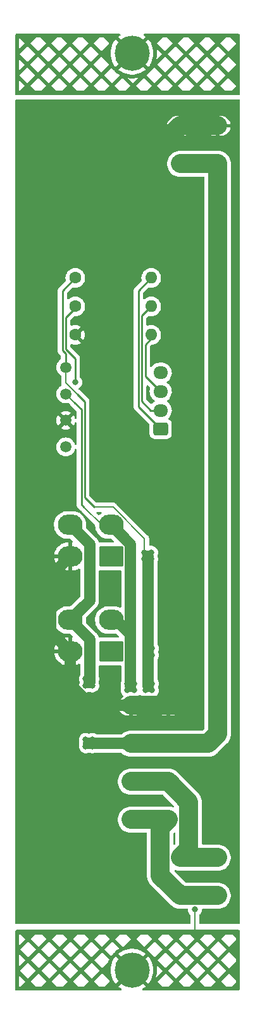
<source format=gbr>
%TF.GenerationSoftware,KiCad,Pcbnew,7.0.11+dfsg-1build4*%
%TF.CreationDate,2024-12-30T23:49:52+01:00*%
%TF.ProjectId,Z80-Backplane,5a38302d-4261-4636-9b70-6c616e652e6b,rev?*%
%TF.SameCoordinates,Original*%
%TF.FileFunction,Copper,L2,Bot*%
%TF.FilePolarity,Positive*%
%FSLAX46Y46*%
G04 Gerber Fmt 4.6, Leading zero omitted, Abs format (unit mm)*
G04 Created by KiCad (PCBNEW 7.0.11+dfsg-1build4) date 2024-12-30 23:49:52*
%MOMM*%
%LPD*%
G01*
G04 APERTURE LIST*
G04 Aperture macros list*
%AMRoundRect*
0 Rectangle with rounded corners*
0 $1 Rounding radius*
0 $2 $3 $4 $5 $6 $7 $8 $9 X,Y pos of 4 corners*
0 Add a 4 corners polygon primitive as box body*
4,1,4,$2,$3,$4,$5,$6,$7,$8,$9,$2,$3,0*
0 Add four circle primitives for the rounded corners*
1,1,$1+$1,$2,$3*
1,1,$1+$1,$4,$5*
1,1,$1+$1,$6,$7*
1,1,$1+$1,$8,$9*
0 Add four rect primitives between the rounded corners*
20,1,$1+$1,$2,$3,$4,$5,0*
20,1,$1+$1,$4,$5,$6,$7,0*
20,1,$1+$1,$6,$7,$8,$9,0*
20,1,$1+$1,$8,$9,$2,$3,0*%
G04 Aperture macros list end*
%TA.AperFunction,ComponentPad*%
%ADD10C,1.600000*%
%TD*%
%TA.AperFunction,ComponentPad*%
%ADD11O,1.600000X1.600000*%
%TD*%
%TA.AperFunction,ComponentPad*%
%ADD12RoundRect,0.250000X0.725000X-0.600000X0.725000X0.600000X-0.725000X0.600000X-0.725000X-0.600000X0*%
%TD*%
%TA.AperFunction,ComponentPad*%
%ADD13O,1.950000X1.700000*%
%TD*%
%TA.AperFunction,ComponentPad*%
%ADD14O,2.500000X1.600000*%
%TD*%
%TA.AperFunction,ComponentPad*%
%ADD15C,4.700000*%
%TD*%
%TA.AperFunction,ComponentPad*%
%ADD16C,1.500000*%
%TD*%
%TA.AperFunction,ComponentPad*%
%ADD17RoundRect,0.250001X1.399999X-1.099999X1.399999X1.099999X-1.399999X1.099999X-1.399999X-1.099999X0*%
%TD*%
%TA.AperFunction,ComponentPad*%
%ADD18O,3.300000X2.700000*%
%TD*%
%TA.AperFunction,ViaPad*%
%ADD19C,0.800000*%
%TD*%
%TA.AperFunction,Conductor*%
%ADD20C,0.200000*%
%TD*%
%TA.AperFunction,Conductor*%
%ADD21C,0.250000*%
%TD*%
%TA.AperFunction,Conductor*%
%ADD22C,2.500000*%
%TD*%
%TA.AperFunction,Conductor*%
%ADD23C,1.500000*%
%TD*%
G04 APERTURE END LIST*
D10*
%TO.P,R3,1*%
%TO.N,+5V*%
X54610000Y-87630000D03*
D11*
%TO.P,R3,2*%
%TO.N,Net-(J3-Pin_3)*%
X64770000Y-87630000D03*
%TD*%
D10*
%TO.P,R2,1*%
%TO.N,+12V*%
X54610000Y-83820000D03*
D11*
%TO.P,R2,2*%
%TO.N,Net-(J3-Pin_2)*%
X64770000Y-83820000D03*
%TD*%
D10*
%TO.P,R1,1*%
%TO.N,-12V*%
X54610000Y-80010000D03*
D11*
%TO.P,R1,2*%
%TO.N,Net-(J3-Pin_1)*%
X64770000Y-80010000D03*
%TD*%
D12*
%TO.P,J3,1,Pin_1*%
%TO.N,Net-(J3-Pin_1)*%
X66040000Y-100210000D03*
D13*
%TO.P,J3,2,Pin_2*%
%TO.N,Net-(J3-Pin_2)*%
X66040000Y-97710000D03*
%TO.P,J3,3,Pin_3*%
%TO.N,Net-(J3-Pin_3)*%
X66040000Y-95210000D03*
%TO.P,J3,4,Pin_4*%
%TO.N,GND*%
X66040000Y-92710000D03*
%TD*%
D14*
%TO.P,J5,1,Pin_1*%
%TO.N,+5V*%
X62056000Y-137160000D03*
X67056000Y-137160000D03*
%TD*%
D15*
%TO.P,H10,1,1*%
%TO.N,GND*%
X62200000Y-172500000D03*
%TD*%
D14*
%TO.P,J8,1,Pin_1*%
%TO.N,GND*%
X62056000Y-142240000D03*
X67056000Y-142240000D03*
%TD*%
%TO.P,J13,1,Pin_1*%
%TO.N,-12V*%
X62056000Y-152400000D03*
X67056000Y-152400000D03*
%TD*%
D15*
%TO.P,H11,1,1*%
%TO.N,GND*%
X62200000Y-50000000D03*
%TD*%
D14*
%TO.P,J11,1,Pin_1*%
%TO.N,+12V*%
X62056000Y-147320000D03*
X67056000Y-147320000D03*
%TD*%
%TO.P,J10,1,Pin_1*%
%TO.N,+12V*%
X73660000Y-157480000D03*
X68660000Y-157480000D03*
%TD*%
D16*
%TO.P,TP4,1,1*%
%TO.N,GND*%
X53340000Y-102610000D03*
%TD*%
D17*
%TO.P,J1,1,Pin_1*%
%TO.N,-12V*%
X59420000Y-117230000D03*
D18*
%TO.P,J1,2,Pin_2*%
%TO.N,+12V*%
X59420000Y-113030000D03*
%TO.P,J1,3,Pin_3*%
%TO.N,+5V*%
X53920000Y-117230000D03*
%TO.P,J1,4,Pin_4*%
%TO.N,GND*%
X53920000Y-113030000D03*
%TD*%
D16*
%TO.P,TP2,1,1*%
%TO.N,+12V*%
X53340000Y-95510000D03*
%TD*%
D14*
%TO.P,J12,1,Pin_1*%
%TO.N,-12V*%
X73660000Y-162560000D03*
X68660000Y-162560000D03*
%TD*%
%TO.P,J7,1,Pin_1*%
%TO.N,GND*%
X73660000Y-64770000D03*
X68660000Y-64770000D03*
%TD*%
%TO.P,J6,1,Pin_1*%
%TO.N,+5V*%
X73660000Y-59690000D03*
X68660000Y-59690000D03*
%TD*%
D17*
%TO.P,J2,1,Pin_1*%
%TO.N,-12V*%
X59420000Y-129930000D03*
D18*
%TO.P,J2,2,Pin_2*%
%TO.N,+12V*%
X59420000Y-125730000D03*
%TO.P,J2,3,Pin_3*%
%TO.N,+5V*%
X53920000Y-129930000D03*
%TO.P,J2,4,Pin_4*%
%TO.N,GND*%
X53920000Y-125730000D03*
%TD*%
D16*
%TO.P,TP1,1,1*%
%TO.N,-12V*%
X53340000Y-91960000D03*
%TD*%
%TO.P,TP3,1,1*%
%TO.N,+5V*%
X53340000Y-99060000D03*
%TD*%
D19*
%TO.N,+12V*%
X54610000Y-93980000D03*
%TO.N,GND*%
X56007000Y-141732000D03*
X56896000Y-133604000D03*
X56896000Y-141732000D03*
X56007000Y-142621000D03*
X56896000Y-142621000D03*
X56007000Y-134493000D03*
X70612000Y-164410000D03*
X56896000Y-134493000D03*
X56007000Y-133604000D03*
%TO.N,+12V*%
X62484000Y-134239000D03*
X61595000Y-135128000D03*
X61595000Y-134239000D03*
X62484000Y-135128000D03*
%TO.N,-12V*%
X63881000Y-116713000D03*
X63881000Y-117602000D03*
X64897000Y-129540000D03*
X64008000Y-129540000D03*
X64897000Y-130429000D03*
X64897000Y-135128000D03*
X64008000Y-135128000D03*
X64770000Y-116713000D03*
X64008000Y-130429000D03*
X64897000Y-134239000D03*
X64008000Y-134239000D03*
X64770000Y-117602000D03*
%TD*%
D20*
%TO.N,+12V*%
X58166000Y-113030000D02*
X55753000Y-110617000D01*
X54480000Y-96650000D02*
X53340000Y-95510000D01*
D21*
X55430000Y-110294000D02*
X55430000Y-97600000D01*
X55753000Y-110617000D02*
X55430000Y-110294000D01*
X55430000Y-97600000D02*
X54480000Y-96650000D01*
D20*
%TO.N,-12V*%
X59675109Y-110651657D02*
X57150000Y-110651657D01*
D21*
X54883000Y-95568075D02*
X55880000Y-96565075D01*
X55880000Y-96565075D02*
X55880000Y-109381657D01*
X55880000Y-109381657D02*
X57150000Y-110651657D01*
D20*
X54883000Y-95568075D02*
X53340000Y-94025075D01*
D21*
%TO.N,Net-(J3-Pin_2)*%
X66040000Y-97710000D02*
X64690000Y-97710000D01*
X64690000Y-97710000D02*
X63500000Y-96520000D01*
X63500000Y-96520000D02*
X63500000Y-85090000D01*
X63500000Y-85090000D02*
X64770000Y-83820000D01*
%TO.N,-12V*%
X53340000Y-91960000D02*
X53340000Y-90170000D01*
X53340000Y-90170000D02*
X52890000Y-89720000D01*
X52890000Y-89720000D02*
X52890000Y-81730000D01*
X52890000Y-81730000D02*
X54610000Y-80010000D01*
%TO.N,+12V*%
X54610000Y-84060000D02*
X53340000Y-85330000D01*
X53340000Y-85330000D02*
X53340000Y-89533604D01*
X54610000Y-90803604D02*
X54610000Y-93980000D01*
X53340000Y-89533604D02*
X54610000Y-90803604D01*
%TO.N,Net-(J3-Pin_1)*%
X64770000Y-80010000D02*
X63050000Y-81730000D01*
X63050000Y-81730000D02*
X63050000Y-97220000D01*
X63050000Y-97220000D02*
X66040000Y-100210000D01*
%TO.N,Net-(J3-Pin_3)*%
X64770000Y-88110000D02*
X63970001Y-88909999D01*
X63970001Y-88909999D02*
X63970001Y-93140001D01*
X63970001Y-93140001D02*
X66040000Y-95210000D01*
D20*
%TO.N,GND*%
X70612000Y-164410000D02*
X70612000Y-167132000D01*
D22*
X72390000Y-142240000D02*
X73660000Y-140970000D01*
X67056000Y-142240000D02*
X62056000Y-142240000D01*
D23*
X56520000Y-123130000D02*
X56520000Y-115630000D01*
X56520000Y-115630000D02*
X53920000Y-113030000D01*
D22*
X68660000Y-64770000D02*
X73660000Y-64770000D01*
X73660000Y-140970000D02*
X73660000Y-64770000D01*
D23*
X56520000Y-128330000D02*
X56520000Y-134107000D01*
D22*
X67056000Y-142240000D02*
X72390000Y-142240000D01*
D23*
X53920000Y-125730000D02*
X56520000Y-123130000D01*
X53920000Y-125730000D02*
X56520000Y-128330000D01*
X56388000Y-142240000D02*
X61802000Y-142240000D01*
X56520000Y-134107000D02*
X56515000Y-134112000D01*
D22*
%TO.N,+5V*%
X67056000Y-137160000D02*
X69850000Y-137160000D01*
X67056000Y-137160000D02*
X62056000Y-137160000D01*
D20*
X53520000Y-104267000D02*
X53512075Y-104267000D01*
D23*
X56764811Y-137160000D02*
X53920000Y-134315189D01*
X53920000Y-134315189D02*
X53920000Y-129930000D01*
X62056000Y-137160000D02*
X56764811Y-137160000D01*
D22*
X65532000Y-67818000D02*
X65532000Y-62818000D01*
D23*
X51320000Y-119830000D02*
X51320000Y-127330000D01*
X53920000Y-117230000D02*
X51320000Y-119830000D01*
D22*
X65532000Y-62818000D02*
X68660000Y-59690000D01*
X69850000Y-137160000D02*
X69850000Y-71120000D01*
D23*
X51320000Y-127330000D02*
X53920000Y-129930000D01*
D22*
X68660000Y-59690000D02*
X73660000Y-59690000D01*
X69850000Y-71120000D02*
X65532000Y-67818000D01*
D20*
%TO.N,+12V*%
X59420000Y-113030000D02*
X58166000Y-113030000D01*
D22*
X68660000Y-157480000D02*
X73660000Y-157480000D01*
D23*
X62020000Y-115626016D02*
X59423984Y-113030000D01*
X62020000Y-134576000D02*
X62020000Y-127679000D01*
X62020000Y-127679000D02*
X62020000Y-115626016D01*
X61976000Y-134620000D02*
X62020000Y-134576000D01*
X60071000Y-125730000D02*
X59420000Y-125730000D01*
D22*
X68660000Y-157480000D02*
X69778376Y-156361624D01*
D23*
X59423984Y-113030000D02*
X59420000Y-113030000D01*
X62020000Y-127679000D02*
X60071000Y-125730000D01*
D22*
X69778376Y-156361624D02*
X69778376Y-150042376D01*
X69778376Y-150042376D02*
X67056000Y-147320000D01*
X62056000Y-147320000D02*
X67056000Y-147320000D01*
D20*
%TO.N,-12V*%
X63881000Y-116713000D02*
X63881000Y-114857548D01*
D23*
X64389000Y-134620000D02*
X64389000Y-129921000D01*
D20*
X63881000Y-114857548D02*
X59675109Y-110651657D01*
D22*
X65960000Y-153496000D02*
X67056000Y-152400000D01*
D23*
X64389000Y-129921000D02*
X64389000Y-117221000D01*
D22*
X68660000Y-162560000D02*
X65960000Y-159860000D01*
X67056000Y-152400000D02*
X62056000Y-152400000D01*
D20*
X53340000Y-94025075D02*
X53340000Y-91960000D01*
D22*
X68660000Y-162560000D02*
X73660000Y-162560000D01*
X65960000Y-159860000D02*
X65960000Y-153496000D01*
%TD*%
%TA.AperFunction,Conductor*%
%TO.N,GND*%
G36*
X76542539Y-167151685D02*
G01*
X76588294Y-167204489D01*
X76599500Y-167256000D01*
X76599500Y-175075500D01*
X76579815Y-175142539D01*
X76527011Y-175188294D01*
X76475500Y-175199500D01*
X63696247Y-175199500D01*
X63629208Y-175179815D01*
X63583453Y-175127011D01*
X63573509Y-175057853D01*
X63602534Y-174994297D01*
X63628108Y-174971900D01*
X63904780Y-174789929D01*
X63904788Y-174789923D01*
X64030708Y-174684263D01*
X64030709Y-174684262D01*
X62961373Y-173614925D01*
X63071078Y-173538110D01*
X63238110Y-173371078D01*
X63314926Y-173261373D01*
X64387641Y-174334088D01*
X64585175Y-174068756D01*
X64628233Y-173994177D01*
X65617529Y-173994177D01*
X66324852Y-174701500D01*
X67034356Y-174701500D01*
X67741679Y-173994177D01*
X68445957Y-173994177D01*
X69153280Y-174701500D01*
X69862784Y-174701500D01*
X70570106Y-173994177D01*
X71274384Y-173994177D01*
X71981707Y-174701500D01*
X72691211Y-174701500D01*
X73398534Y-173994177D01*
X74102811Y-173994177D01*
X74810134Y-174701500D01*
X75519638Y-174701500D01*
X76084000Y-174137138D01*
X76084000Y-173851216D01*
X75164886Y-172932102D01*
X74102811Y-173994177D01*
X73398534Y-173994177D01*
X72336459Y-172932102D01*
X71274384Y-173994177D01*
X70570106Y-173994177D01*
X69508031Y-172932102D01*
X68445957Y-173994177D01*
X67741679Y-173994177D01*
X66679604Y-172932102D01*
X65617529Y-173994177D01*
X64628233Y-173994177D01*
X64751166Y-173781249D01*
X64751172Y-173781236D01*
X64865104Y-173517113D01*
X65390315Y-173517113D01*
X66327465Y-172579963D01*
X67031743Y-172579963D01*
X68093818Y-173642038D01*
X69155892Y-172579963D01*
X69860170Y-172579963D01*
X70922245Y-173642038D01*
X71984319Y-172579963D01*
X72688597Y-172579963D01*
X73750672Y-173642038D01*
X74812746Y-172579963D01*
X73750672Y-171517889D01*
X72688597Y-172579963D01*
X71984319Y-172579963D01*
X70922245Y-171517889D01*
X69860170Y-172579963D01*
X69155892Y-172579963D01*
X68093818Y-171517889D01*
X67031743Y-172579963D01*
X66327465Y-172579963D01*
X65458494Y-171710992D01*
X65459893Y-171716210D01*
X65460771Y-171719689D01*
X65464115Y-171733787D01*
X65464902Y-171737331D01*
X65466376Y-171744470D01*
X65467053Y-171748012D01*
X65527220Y-172089238D01*
X65527794Y-172092795D01*
X65528850Y-172100003D01*
X65529324Y-172103600D01*
X65531004Y-172117991D01*
X65531368Y-172121558D01*
X65532001Y-172128791D01*
X65532263Y-172132392D01*
X65552408Y-172478276D01*
X65552565Y-172481872D01*
X65552777Y-172489142D01*
X65552830Y-172492756D01*
X65552830Y-172507244D01*
X65552777Y-172510858D01*
X65552565Y-172518128D01*
X65552408Y-172521724D01*
X65532263Y-172867608D01*
X65532001Y-172871209D01*
X65531368Y-172878442D01*
X65531004Y-172882009D01*
X65529324Y-172896400D01*
X65528850Y-172899997D01*
X65527794Y-172907205D01*
X65527220Y-172910762D01*
X65467053Y-173251988D01*
X65466376Y-173255530D01*
X65464902Y-173262669D01*
X65464115Y-173266213D01*
X65460771Y-173280311D01*
X65459893Y-173283790D01*
X65458015Y-173290798D01*
X65457032Y-173294264D01*
X65390315Y-173517113D01*
X64865104Y-173517113D01*
X64882663Y-173476408D01*
X64977878Y-173158365D01*
X64977881Y-173158351D01*
X65035525Y-172831437D01*
X65035526Y-172831426D01*
X65054830Y-172500003D01*
X65054830Y-172499996D01*
X65035526Y-172168573D01*
X65035525Y-172168562D01*
X64977881Y-171841648D01*
X64977878Y-171841634D01*
X64882663Y-171523591D01*
X64751172Y-171218763D01*
X64751166Y-171218750D01*
X64720567Y-171165750D01*
X65617529Y-171165750D01*
X66679604Y-172227824D01*
X67741679Y-171165750D01*
X68445957Y-171165750D01*
X69508031Y-172227824D01*
X70570106Y-171165750D01*
X71274384Y-171165750D01*
X72336459Y-172227825D01*
X73398534Y-171165750D01*
X74102811Y-171165750D01*
X75164886Y-172227825D01*
X76084000Y-171308711D01*
X76084000Y-171022789D01*
X75164886Y-170103675D01*
X74102811Y-171165750D01*
X73398534Y-171165750D01*
X72336459Y-170103675D01*
X71274384Y-171165750D01*
X70570106Y-171165750D01*
X69508031Y-170103675D01*
X68445957Y-171165750D01*
X67741679Y-171165750D01*
X66679604Y-170103675D01*
X65617529Y-171165750D01*
X64720567Y-171165750D01*
X64585172Y-170931239D01*
X64387642Y-170665910D01*
X63314925Y-171738626D01*
X63238110Y-171628922D01*
X63071078Y-171461890D01*
X62961372Y-171385073D01*
X64030709Y-170315736D01*
X64030709Y-170315735D01*
X63904784Y-170210074D01*
X63627411Y-170027643D01*
X63330747Y-169878652D01*
X63330741Y-169878649D01*
X63018786Y-169765107D01*
X63018765Y-169765100D01*
X62961535Y-169751536D01*
X64203316Y-169751536D01*
X65265391Y-170813611D01*
X66327465Y-169751536D01*
X67031743Y-169751536D01*
X68093818Y-170813611D01*
X69155892Y-169751536D01*
X69860170Y-169751536D01*
X70922245Y-170813611D01*
X71984319Y-169751536D01*
X72688597Y-169751536D01*
X73750672Y-170813611D01*
X74812746Y-169751536D01*
X73750672Y-168689461D01*
X72688597Y-169751536D01*
X71984319Y-169751536D01*
X70922245Y-168689461D01*
X69860170Y-169751536D01*
X69155892Y-169751536D01*
X68093818Y-168689461D01*
X67031743Y-169751536D01*
X66327465Y-169751536D01*
X65265391Y-168689461D01*
X64203316Y-169751536D01*
X62961535Y-169751536D01*
X62695751Y-169688543D01*
X62695736Y-169688541D01*
X62365987Y-169650000D01*
X62034013Y-169650000D01*
X61704263Y-169688541D01*
X61704248Y-169688543D01*
X61381234Y-169765100D01*
X61381213Y-169765107D01*
X61069258Y-169878649D01*
X61069252Y-169878652D01*
X60772581Y-170027646D01*
X60495220Y-170210070D01*
X60495213Y-170210075D01*
X60369289Y-170315735D01*
X61438627Y-171385073D01*
X61328922Y-171461890D01*
X61161890Y-171628922D01*
X61085073Y-171738627D01*
X60012357Y-170665911D01*
X60012356Y-170665911D01*
X59814829Y-170931236D01*
X59814825Y-170931242D01*
X59648833Y-171218750D01*
X59648827Y-171218763D01*
X59517336Y-171523591D01*
X59422121Y-171841634D01*
X59422118Y-171841648D01*
X59364474Y-172168562D01*
X59364473Y-172168573D01*
X59345170Y-172499996D01*
X59345170Y-172500003D01*
X59364473Y-172831426D01*
X59364474Y-172831437D01*
X59422118Y-173158351D01*
X59422121Y-173158365D01*
X59517336Y-173476408D01*
X59648827Y-173781236D01*
X59648833Y-173781249D01*
X59814824Y-174068755D01*
X60012357Y-174334087D01*
X61085073Y-173261372D01*
X61161890Y-173371078D01*
X61328922Y-173538110D01*
X61438626Y-173614925D01*
X60369289Y-174684263D01*
X60495218Y-174789928D01*
X60495223Y-174789932D01*
X60771892Y-174971900D01*
X60817086Y-175025185D01*
X60826297Y-175094444D01*
X60796602Y-175157689D01*
X60737427Y-175194840D01*
X60703753Y-175199500D01*
X46724500Y-175199500D01*
X46657461Y-175179815D01*
X46611706Y-175127011D01*
X46600500Y-175075500D01*
X46600500Y-173157487D01*
X47106000Y-173157487D01*
X47106000Y-174701500D01*
X47235367Y-174701500D01*
X47942689Y-173994177D01*
X48646967Y-173994177D01*
X49354290Y-174701500D01*
X50063794Y-174701500D01*
X50771117Y-173994177D01*
X51475394Y-173994177D01*
X52182717Y-174701500D01*
X52892221Y-174701500D01*
X53599544Y-173994177D01*
X54303821Y-173994177D01*
X55011144Y-174701500D01*
X55720648Y-174701500D01*
X56427971Y-173994177D01*
X57132248Y-173994177D01*
X57839571Y-174701500D01*
X58549075Y-174701500D01*
X59218567Y-174032006D01*
X59213931Y-174023975D01*
X59212176Y-174020832D01*
X59208729Y-174014440D01*
X59207065Y-174011243D01*
X59200562Y-173998297D01*
X59198992Y-173995054D01*
X59195913Y-173988453D01*
X59194430Y-173985150D01*
X59154269Y-173892048D01*
X58194323Y-172932102D01*
X57132248Y-173994177D01*
X56427971Y-173994177D01*
X55365896Y-172932102D01*
X54303821Y-173994177D01*
X53599544Y-173994177D01*
X52537469Y-172932102D01*
X51475394Y-173994177D01*
X50771117Y-173994177D01*
X49709042Y-172932102D01*
X48646967Y-173994177D01*
X47942689Y-173994177D01*
X47106000Y-173157487D01*
X46600500Y-173157487D01*
X46600500Y-172579963D01*
X47232753Y-172579963D01*
X48294828Y-173642038D01*
X49356902Y-172579963D01*
X50061180Y-172579963D01*
X51123255Y-173642038D01*
X52185329Y-172579963D01*
X52889607Y-172579963D01*
X53951682Y-173642038D01*
X55013756Y-172579963D01*
X55718035Y-172579963D01*
X56780109Y-173642038D01*
X57842184Y-172579963D01*
X56780109Y-171517889D01*
X55718035Y-172579963D01*
X55013756Y-172579963D01*
X53951682Y-171517889D01*
X52889607Y-172579963D01*
X52185329Y-172579963D01*
X51123255Y-171517889D01*
X50061180Y-172579963D01*
X49356902Y-172579963D01*
X48294828Y-171517889D01*
X47232753Y-172579963D01*
X46600500Y-172579963D01*
X46600500Y-170329060D01*
X47106000Y-170329060D01*
X47106000Y-172002439D01*
X47942688Y-171165750D01*
X48646967Y-171165750D01*
X49709042Y-172227825D01*
X50771117Y-171165750D01*
X51475394Y-171165750D01*
X52537469Y-172227825D01*
X53599544Y-171165750D01*
X54303821Y-171165750D01*
X55365896Y-172227825D01*
X56427971Y-171165750D01*
X57132248Y-171165750D01*
X58194322Y-172227824D01*
X59039777Y-171382369D01*
X59042336Y-171373823D01*
X59043418Y-171370391D01*
X59045705Y-171363488D01*
X59046893Y-171360070D01*
X59051849Y-171346455D01*
X59053124Y-171343103D01*
X59055809Y-171336342D01*
X59057195Y-171332995D01*
X59167629Y-171076981D01*
X58194323Y-170103675D01*
X57132248Y-171165750D01*
X56427971Y-171165750D01*
X55365896Y-170103675D01*
X54303821Y-171165750D01*
X53599544Y-171165750D01*
X52537469Y-170103675D01*
X51475394Y-171165750D01*
X50771117Y-171165750D01*
X49709042Y-170103675D01*
X48646967Y-171165750D01*
X47942688Y-171165750D01*
X47942689Y-171165749D01*
X47106000Y-170329060D01*
X46600500Y-170329060D01*
X46600500Y-169751536D01*
X47232753Y-169751536D01*
X48294828Y-170813611D01*
X49356902Y-169751536D01*
X50061180Y-169751536D01*
X51123255Y-170813611D01*
X52185329Y-169751536D01*
X52889607Y-169751536D01*
X53951682Y-170813610D01*
X55013756Y-169751536D01*
X55718035Y-169751536D01*
X56780109Y-170813610D01*
X57842184Y-169751536D01*
X58546462Y-169751536D01*
X59421093Y-170626167D01*
X59679302Y-170279333D01*
X59719122Y-170244666D01*
X59814634Y-170192266D01*
X59865266Y-170177308D01*
X59879176Y-170176294D01*
X59889107Y-170137547D01*
X59935610Y-170043250D01*
X59967117Y-170003105D01*
X60180658Y-169823926D01*
X60183455Y-169821647D01*
X60189159Y-169817137D01*
X60192022Y-169814941D01*
X60203643Y-169806290D01*
X60206555Y-169804187D01*
X60212512Y-169800015D01*
X60215506Y-169797983D01*
X60504984Y-169607590D01*
X60508035Y-169605646D01*
X60514231Y-169601825D01*
X60517327Y-169599978D01*
X60518421Y-169599345D01*
X59608537Y-168689461D01*
X58546462Y-169751536D01*
X57842184Y-169751536D01*
X56780109Y-168689461D01*
X55718035Y-169751536D01*
X55013756Y-169751536D01*
X53951682Y-168689461D01*
X52889607Y-169751536D01*
X52185329Y-169751536D01*
X51123255Y-168689461D01*
X50061180Y-169751536D01*
X49356902Y-169751536D01*
X48294828Y-168689461D01*
X47232753Y-169751536D01*
X46600500Y-169751536D01*
X46600500Y-167756000D01*
X47106000Y-167756000D01*
X47106000Y-169174012D01*
X47942688Y-168337323D01*
X48646967Y-168337323D01*
X49709042Y-169399398D01*
X50771117Y-168337323D01*
X51475394Y-168337323D01*
X52537469Y-169399398D01*
X53599544Y-168337323D01*
X54303821Y-168337323D01*
X55365896Y-169399398D01*
X56427971Y-168337323D01*
X57132248Y-168337323D01*
X58194323Y-169399398D01*
X59256398Y-168337323D01*
X59960675Y-168337323D01*
X60997982Y-169374630D01*
X61075862Y-169346284D01*
X62084823Y-168337323D01*
X62789102Y-168337323D01*
X63851177Y-169399398D01*
X64913252Y-168337323D01*
X64913251Y-168337322D01*
X65617529Y-168337322D01*
X66679604Y-169399397D01*
X67741679Y-168337323D01*
X68445957Y-168337323D01*
X69508031Y-169399397D01*
X70570105Y-168337323D01*
X71274384Y-168337323D01*
X72336459Y-169399398D01*
X73398534Y-168337323D01*
X74102811Y-168337323D01*
X75164886Y-169399398D01*
X76084000Y-168480284D01*
X76084000Y-168194362D01*
X75645638Y-167756000D01*
X74684134Y-167756000D01*
X74102811Y-168337323D01*
X73398534Y-168337323D01*
X72817211Y-167756000D01*
X71855707Y-167756000D01*
X71274384Y-168337323D01*
X70570105Y-168337323D01*
X70570106Y-168337322D01*
X69988784Y-167756000D01*
X69027280Y-167756000D01*
X68445957Y-168337323D01*
X67741679Y-168337323D01*
X67160356Y-167756000D01*
X66198852Y-167756000D01*
X65617529Y-168337322D01*
X64913251Y-168337322D01*
X64331929Y-167756000D01*
X63370425Y-167756000D01*
X62789102Y-168337323D01*
X62084823Y-168337323D01*
X62084824Y-168337322D01*
X61503502Y-167756000D01*
X60541998Y-167756000D01*
X59960675Y-168337323D01*
X59256398Y-168337323D01*
X58675075Y-167756000D01*
X57713571Y-167756000D01*
X57132248Y-168337323D01*
X56427971Y-168337323D01*
X55846648Y-167756000D01*
X54885144Y-167756000D01*
X54303821Y-168337323D01*
X53599544Y-168337323D01*
X53018221Y-167756000D01*
X52056717Y-167756000D01*
X51475394Y-168337323D01*
X50771117Y-168337323D01*
X50189794Y-167756000D01*
X49228290Y-167756000D01*
X48646967Y-168337323D01*
X47942688Y-168337323D01*
X47942689Y-168337322D01*
X47361367Y-167756000D01*
X47106000Y-167756000D01*
X46600500Y-167756000D01*
X46600500Y-167256000D01*
X46620185Y-167188961D01*
X46672989Y-167143206D01*
X46724500Y-167132000D01*
X76475500Y-167132000D01*
X76542539Y-167151685D01*
G37*
%TD.AperFunction*%
%TD*%
%TA.AperFunction,Conductor*%
%TO.N,GND*%
G36*
X60618750Y-47420185D02*
G01*
X60664505Y-47472989D01*
X60674449Y-47542147D01*
X60645424Y-47605703D01*
X60619850Y-47628100D01*
X60495220Y-47710070D01*
X60495213Y-47710075D01*
X60369289Y-47815735D01*
X61438627Y-48885073D01*
X61328922Y-48961890D01*
X61161890Y-49128922D01*
X61085073Y-49238627D01*
X60012357Y-48165911D01*
X60012356Y-48165911D01*
X59814829Y-48431236D01*
X59814825Y-48431242D01*
X59648833Y-48718750D01*
X59648827Y-48718763D01*
X59517336Y-49023591D01*
X59422121Y-49341634D01*
X59422118Y-49341648D01*
X59364474Y-49668562D01*
X59364473Y-49668573D01*
X59345170Y-49999996D01*
X59345170Y-50000003D01*
X59364473Y-50331426D01*
X59364474Y-50331437D01*
X59422118Y-50658351D01*
X59422121Y-50658365D01*
X59517336Y-50976408D01*
X59648827Y-51281236D01*
X59648833Y-51281249D01*
X59814824Y-51568755D01*
X60012357Y-51834087D01*
X61085073Y-50761372D01*
X61161890Y-50871078D01*
X61328922Y-51038110D01*
X61438626Y-51114925D01*
X60369289Y-52184263D01*
X60495215Y-52289925D01*
X60772588Y-52472356D01*
X61069252Y-52621347D01*
X61069258Y-52621350D01*
X61381213Y-52734892D01*
X61381234Y-52734899D01*
X61704248Y-52811456D01*
X61704263Y-52811458D01*
X62034012Y-52849999D01*
X62034013Y-52850000D01*
X62365987Y-52850000D01*
X62365987Y-52849999D01*
X62695736Y-52811458D01*
X62695751Y-52811456D01*
X63018765Y-52734899D01*
X63018786Y-52734892D01*
X63330741Y-52621350D01*
X63330747Y-52621347D01*
X63627411Y-52472356D01*
X63904789Y-52289922D01*
X64030708Y-52184263D01*
X64030709Y-52184262D01*
X62961373Y-51114925D01*
X63071078Y-51038110D01*
X63238110Y-50871078D01*
X63314926Y-50761373D01*
X64387641Y-51834088D01*
X64585175Y-51568756D01*
X64617221Y-51513250D01*
X65538529Y-51513250D01*
X66600604Y-52575325D01*
X67662679Y-51513250D01*
X68366956Y-51513250D01*
X69429031Y-52575325D01*
X70491106Y-51513250D01*
X71195383Y-51513250D01*
X72257458Y-52575325D01*
X73319533Y-51513250D01*
X74023810Y-51513250D01*
X75085885Y-52575325D01*
X76084000Y-51577210D01*
X76084000Y-51449290D01*
X75085885Y-50451175D01*
X74023810Y-51513250D01*
X73319533Y-51513250D01*
X72257458Y-50451175D01*
X71195383Y-51513250D01*
X70491106Y-51513250D01*
X69429031Y-50451175D01*
X68366956Y-51513250D01*
X67662679Y-51513250D01*
X66600604Y-50451175D01*
X65538529Y-51513250D01*
X64617221Y-51513250D01*
X64751166Y-51281249D01*
X64751172Y-51281236D01*
X64882663Y-50976408D01*
X64896084Y-50931578D01*
X65415923Y-50931578D01*
X66248464Y-50099036D01*
X66952742Y-50099036D01*
X68014817Y-51161111D01*
X69076891Y-50099036D01*
X69781169Y-50099036D01*
X70843244Y-51161111D01*
X71905318Y-50099036D01*
X72609597Y-50099036D01*
X73671671Y-51161111D01*
X74733746Y-50099036D01*
X73671671Y-49036962D01*
X72609597Y-50099036D01*
X71905318Y-50099036D01*
X70843244Y-49036962D01*
X69781169Y-50099036D01*
X69076891Y-50099036D01*
X68014817Y-49036962D01*
X66952742Y-50099036D01*
X66248464Y-50099036D01*
X65481955Y-49332527D01*
X65527220Y-49589238D01*
X65527794Y-49592795D01*
X65528850Y-49600003D01*
X65529324Y-49603600D01*
X65531004Y-49617991D01*
X65531368Y-49621558D01*
X65532001Y-49628791D01*
X65532263Y-49632392D01*
X65552408Y-49978276D01*
X65552565Y-49981872D01*
X65552777Y-49989142D01*
X65552830Y-49992756D01*
X65552830Y-50007244D01*
X65552777Y-50010858D01*
X65552565Y-50018128D01*
X65552408Y-50021724D01*
X65532263Y-50367608D01*
X65532001Y-50371209D01*
X65531368Y-50378442D01*
X65531004Y-50382009D01*
X65529324Y-50396400D01*
X65528850Y-50399997D01*
X65527794Y-50407205D01*
X65527220Y-50410762D01*
X65467053Y-50751988D01*
X65466376Y-50755530D01*
X65464902Y-50762669D01*
X65464115Y-50766213D01*
X65460771Y-50780311D01*
X65459893Y-50783790D01*
X65458015Y-50790798D01*
X65457032Y-50794264D01*
X65415923Y-50931578D01*
X64896084Y-50931578D01*
X64977878Y-50658365D01*
X64977881Y-50658351D01*
X65035525Y-50331437D01*
X65035526Y-50331426D01*
X65054830Y-50000003D01*
X65054830Y-49999996D01*
X65035526Y-49668573D01*
X65035525Y-49668562D01*
X64977881Y-49341648D01*
X64977878Y-49341634D01*
X64882663Y-49023591D01*
X64751172Y-48718763D01*
X64751166Y-48718750D01*
X64731578Y-48684823D01*
X65538529Y-48684823D01*
X66600604Y-49746898D01*
X67662679Y-48684823D01*
X68366956Y-48684823D01*
X69429031Y-49746898D01*
X70491106Y-48684823D01*
X71195383Y-48684823D01*
X72257458Y-49746898D01*
X73319533Y-48684823D01*
X74023810Y-48684823D01*
X75085885Y-49746898D01*
X76084000Y-48748783D01*
X76084000Y-48620863D01*
X75361637Y-47898500D01*
X74810133Y-47898500D01*
X74023810Y-48684823D01*
X73319533Y-48684823D01*
X72533210Y-47898500D01*
X71981706Y-47898500D01*
X71195383Y-48684823D01*
X70491106Y-48684823D01*
X69704783Y-47898500D01*
X69153279Y-47898500D01*
X68366956Y-48684823D01*
X67662679Y-48684823D01*
X66876356Y-47898500D01*
X66324852Y-47898500D01*
X65538529Y-48684823D01*
X64731578Y-48684823D01*
X64585172Y-48431239D01*
X64387642Y-48165910D01*
X63314925Y-49238626D01*
X63238110Y-49128922D01*
X63071078Y-48961890D01*
X62961372Y-48885073D01*
X64030709Y-47815736D01*
X64030709Y-47815735D01*
X63904781Y-47710071D01*
X63904776Y-47710067D01*
X63780151Y-47628100D01*
X63734957Y-47574815D01*
X63725746Y-47505555D01*
X63755441Y-47442310D01*
X63814616Y-47405160D01*
X63848290Y-47400500D01*
X76475500Y-47400500D01*
X76542539Y-47420185D01*
X76588294Y-47472989D01*
X76599500Y-47524500D01*
X76599500Y-55502000D01*
X76579815Y-55569039D01*
X76527011Y-55614794D01*
X76475500Y-55626000D01*
X46724500Y-55626000D01*
X46657461Y-55606315D01*
X46611706Y-55553511D01*
X46600500Y-55502000D01*
X46600500Y-53583988D01*
X47106000Y-53583988D01*
X47106000Y-55002000D01*
X47203366Y-55002000D01*
X47863689Y-54341677D01*
X48567966Y-54341677D01*
X49228289Y-55002000D01*
X50031793Y-55002000D01*
X50692116Y-54341677D01*
X51396393Y-54341677D01*
X52056716Y-55002000D01*
X52860220Y-55002000D01*
X53520543Y-54341677D01*
X54224820Y-54341677D01*
X54885143Y-55002000D01*
X55688647Y-55002000D01*
X56348970Y-54341677D01*
X57053247Y-54341677D01*
X57713570Y-55002000D01*
X58517074Y-55002000D01*
X59177397Y-54341677D01*
X59881674Y-54341677D01*
X60541997Y-55002000D01*
X61345501Y-55002000D01*
X62005824Y-54341677D01*
X62710102Y-54341677D01*
X63370425Y-55002000D01*
X64173929Y-55002000D01*
X64834251Y-54341677D01*
X65538529Y-54341677D01*
X66198852Y-55002000D01*
X67002356Y-55002000D01*
X67662679Y-54341677D01*
X68366956Y-54341677D01*
X69027279Y-55002000D01*
X69830783Y-55002000D01*
X70491106Y-54341677D01*
X71195383Y-54341677D01*
X71855706Y-55002000D01*
X72659210Y-55002000D01*
X73319533Y-54341677D01*
X74023810Y-54341677D01*
X74684133Y-55002000D01*
X75487637Y-55002000D01*
X76084000Y-54405637D01*
X76084000Y-54277717D01*
X75085885Y-53279602D01*
X74023810Y-54341677D01*
X73319533Y-54341677D01*
X72257458Y-53279602D01*
X71195383Y-54341677D01*
X70491106Y-54341677D01*
X69429031Y-53279602D01*
X68366956Y-54341677D01*
X67662679Y-54341677D01*
X66600604Y-53279602D01*
X65538529Y-54341677D01*
X64834251Y-54341677D01*
X63772176Y-53279602D01*
X62710102Y-54341677D01*
X62005824Y-54341677D01*
X60973954Y-53309807D01*
X61678231Y-53309807D01*
X62357963Y-53989539D01*
X63126292Y-53221209D01*
X62803534Y-53297706D01*
X62800009Y-53298488D01*
X62792884Y-53299959D01*
X62789343Y-53300636D01*
X62775073Y-53303152D01*
X62771517Y-53303726D01*
X62764323Y-53304780D01*
X62760743Y-53305252D01*
X62416615Y-53345473D01*
X62413042Y-53345838D01*
X62405805Y-53346472D01*
X62402198Y-53346735D01*
X62387734Y-53347578D01*
X62384130Y-53347735D01*
X62376853Y-53347947D01*
X62373242Y-53348000D01*
X62026758Y-53348000D01*
X62023147Y-53347947D01*
X62015870Y-53347735D01*
X62012266Y-53347578D01*
X61997802Y-53346735D01*
X61994195Y-53346472D01*
X61986958Y-53345838D01*
X61983385Y-53345473D01*
X61678231Y-53309807D01*
X60973954Y-53309807D01*
X60943749Y-53279602D01*
X59881674Y-54341677D01*
X59177397Y-54341677D01*
X58115322Y-53279602D01*
X57053247Y-54341677D01*
X56348970Y-54341677D01*
X55286895Y-53279602D01*
X54224820Y-54341677D01*
X53520543Y-54341677D01*
X52458468Y-53279602D01*
X51396393Y-54341677D01*
X50692116Y-54341677D01*
X49630041Y-53279602D01*
X48567966Y-54341677D01*
X47863689Y-54341677D01*
X47106000Y-53583988D01*
X46600500Y-53583988D01*
X46600500Y-52927463D01*
X47153752Y-52927463D01*
X48215827Y-53989538D01*
X49277902Y-52927464D01*
X49982180Y-52927464D01*
X51044254Y-53989538D01*
X52106329Y-52927464D01*
X52810607Y-52927464D01*
X53872681Y-53989538D01*
X54934756Y-52927464D01*
X55639034Y-52927464D01*
X56701109Y-53989539D01*
X57763184Y-52927464D01*
X57763183Y-52927463D01*
X58467460Y-52927463D01*
X59529536Y-53989539D01*
X60584103Y-52934971D01*
X60569156Y-52927464D01*
X64124315Y-52927464D01*
X65186390Y-53989539D01*
X66248465Y-52927464D01*
X66952742Y-52927464D01*
X68014817Y-53989539D01*
X69076892Y-52927464D01*
X69781169Y-52927464D01*
X70843244Y-53989538D01*
X71905319Y-52927464D01*
X72609597Y-52927464D01*
X73671671Y-53989538D01*
X74733746Y-52927464D01*
X73671671Y-51865389D01*
X72609597Y-52927464D01*
X71905319Y-52927464D01*
X70843244Y-51865389D01*
X69781169Y-52927464D01*
X69076892Y-52927464D01*
X68014817Y-51865389D01*
X66952742Y-52927464D01*
X66248465Y-52927464D01*
X65186390Y-51865389D01*
X64124315Y-52927464D01*
X60569156Y-52927464D01*
X60542612Y-52914133D01*
X60539415Y-52912469D01*
X60533020Y-52909021D01*
X60529876Y-52907266D01*
X60517327Y-52900022D01*
X60514224Y-52898170D01*
X60508029Y-52894349D01*
X60504985Y-52892411D01*
X60215501Y-52702015D01*
X60212502Y-52699979D01*
X60206537Y-52695801D01*
X60203621Y-52693694D01*
X60192001Y-52685042D01*
X60189144Y-52682850D01*
X60183448Y-52678346D01*
X60180654Y-52676070D01*
X59967116Y-52496893D01*
X59935609Y-52456747D01*
X59889107Y-52362451D01*
X59879176Y-52323704D01*
X59865267Y-52322691D01*
X59814635Y-52307733D01*
X59719124Y-52255334D01*
X59679303Y-52220668D01*
X59463768Y-51931155D01*
X58467460Y-52927463D01*
X57763183Y-52927463D01*
X56701109Y-51865389D01*
X55639034Y-52927464D01*
X54934756Y-52927464D01*
X53872681Y-51865389D01*
X52810607Y-52927464D01*
X52106329Y-52927464D01*
X51044254Y-51865389D01*
X49982180Y-52927464D01*
X49277902Y-52927464D01*
X48215827Y-51865389D01*
X47153752Y-52927463D01*
X46600500Y-52927463D01*
X46600500Y-50755561D01*
X47106000Y-50755561D01*
X47106000Y-52270939D01*
X47863689Y-51513250D01*
X48567966Y-51513250D01*
X49630041Y-52575325D01*
X50692116Y-51513250D01*
X51396393Y-51513250D01*
X52458468Y-52575325D01*
X53520543Y-51513250D01*
X54224820Y-51513250D01*
X55286895Y-52575325D01*
X56348970Y-51513250D01*
X57053247Y-51513250D01*
X58115321Y-52575324D01*
X59177396Y-51513249D01*
X58115322Y-50451175D01*
X57053247Y-51513250D01*
X56348970Y-51513250D01*
X55286895Y-50451175D01*
X54224820Y-51513250D01*
X53520543Y-51513250D01*
X52458468Y-50451175D01*
X51396393Y-51513250D01*
X50692116Y-51513250D01*
X49630041Y-50451175D01*
X48567966Y-51513250D01*
X47863689Y-51513250D01*
X47106000Y-50755561D01*
X46600500Y-50755561D01*
X46600500Y-50099036D01*
X47153752Y-50099036D01*
X48215827Y-51161111D01*
X49277901Y-50099036D01*
X49982180Y-50099036D01*
X51044254Y-51161111D01*
X52106329Y-50099036D01*
X52810607Y-50099036D01*
X53872681Y-51161111D01*
X54934756Y-50099036D01*
X55639034Y-50099036D01*
X56701109Y-51161111D01*
X57763183Y-50099036D01*
X56701109Y-49036962D01*
X55639034Y-50099036D01*
X54934756Y-50099036D01*
X53872681Y-49036962D01*
X52810607Y-50099036D01*
X52106329Y-50099036D01*
X51044254Y-49036962D01*
X49982180Y-50099036D01*
X49277901Y-50099036D01*
X48215827Y-49036962D01*
X47153752Y-50099036D01*
X46600500Y-50099036D01*
X46600500Y-47927134D01*
X47106000Y-47927134D01*
X47106000Y-49442512D01*
X47863689Y-48684823D01*
X48567966Y-48684823D01*
X49630041Y-49746898D01*
X50692116Y-48684823D01*
X51396393Y-48684823D01*
X52458468Y-49746898D01*
X53520543Y-48684823D01*
X54224820Y-48684823D01*
X55286895Y-49746898D01*
X56348970Y-48684823D01*
X57053247Y-48684823D01*
X58115321Y-49746897D01*
X59078412Y-48783806D01*
X59138072Y-48645498D01*
X58391074Y-47898500D01*
X57839570Y-47898500D01*
X57053247Y-48684823D01*
X56348970Y-48684823D01*
X55562647Y-47898500D01*
X55011143Y-47898500D01*
X54224820Y-48684823D01*
X53520543Y-48684823D01*
X52734220Y-47898500D01*
X52182716Y-47898500D01*
X51396393Y-48684823D01*
X50692116Y-48684823D01*
X49905793Y-47898500D01*
X49354289Y-47898500D01*
X48567966Y-48684823D01*
X47863689Y-48684823D01*
X47106000Y-47927134D01*
X46600500Y-47927134D01*
X46600500Y-47524500D01*
X46620185Y-47457461D01*
X46672989Y-47411706D01*
X46724500Y-47400500D01*
X60551711Y-47400500D01*
X60618750Y-47420185D01*
G37*
%TD.AperFunction*%
%TD*%
%TA.AperFunction,Conductor*%
%TO.N,+5V*%
G36*
X76542539Y-56159185D02*
G01*
X76588294Y-56211989D01*
X76599500Y-56263500D01*
X76599500Y-166246000D01*
X76579815Y-166313039D01*
X76527011Y-166358794D01*
X76475500Y-166370000D01*
X71344500Y-166370000D01*
X71277461Y-166350315D01*
X71231706Y-166297511D01*
X71220500Y-166246000D01*
X71220500Y-165139522D01*
X71240185Y-165072483D01*
X71252350Y-165056550D01*
X71351040Y-164946944D01*
X71446527Y-164781556D01*
X71505542Y-164599928D01*
X71523450Y-164429536D01*
X71550035Y-164364924D01*
X71607332Y-164324939D01*
X71646771Y-164318500D01*
X73725798Y-164318500D01*
X73725800Y-164318500D01*
X73725802Y-164318499D01*
X73725821Y-164318499D01*
X73867360Y-164307891D01*
X73922826Y-164303735D01*
X74179780Y-164245087D01*
X74425124Y-164148796D01*
X74653376Y-164017015D01*
X74859438Y-163852686D01*
X74859446Y-163852678D01*
X74928228Y-163778548D01*
X75038706Y-163659481D01*
X75187176Y-163441716D01*
X75301532Y-163204254D01*
X75379218Y-162952400D01*
X75418500Y-162691781D01*
X75418500Y-162622539D01*
X75418972Y-162611731D01*
X75423498Y-162560000D01*
X75423498Y-162559998D01*
X75418972Y-162508266D01*
X75418500Y-162497459D01*
X75418500Y-162428220D01*
X75418499Y-162428211D01*
X75379219Y-162167604D01*
X75379217Y-162167598D01*
X75301532Y-161915746D01*
X75187176Y-161678285D01*
X75038706Y-161460519D01*
X74964676Y-161380733D01*
X74859442Y-161267317D01*
X74819810Y-161235712D01*
X74653376Y-161102985D01*
X74425124Y-160971204D01*
X74179780Y-160874913D01*
X74179771Y-160874911D01*
X74179768Y-160874910D01*
X73922823Y-160816264D01*
X73725821Y-160801500D01*
X73725800Y-160801500D01*
X69439756Y-160801500D01*
X69372717Y-160781815D01*
X69352075Y-160765181D01*
X68608792Y-160021898D01*
X67921401Y-159334507D01*
X67887918Y-159273186D01*
X67892902Y-159203494D01*
X67934774Y-159147561D01*
X68000238Y-159123144D01*
X68054387Y-159131400D01*
X68140211Y-159165084D01*
X68140215Y-159165085D01*
X68140220Y-159165087D01*
X68140229Y-159165089D01*
X68165632Y-159170887D01*
X68178999Y-159174738D01*
X68203586Y-159183342D01*
X68203588Y-159183342D01*
X68203590Y-159183343D01*
X68298514Y-159201302D01*
X68302983Y-159202235D01*
X68397174Y-159223735D01*
X68423176Y-159225683D01*
X68436937Y-159227495D01*
X68462558Y-159232343D01*
X68559102Y-159235954D01*
X68563636Y-159236208D01*
X68594200Y-159238500D01*
X68624794Y-159238500D01*
X68629431Y-159238587D01*
X68725934Y-159242198D01*
X68725934Y-159242197D01*
X68725936Y-159242198D01*
X68751833Y-159239279D01*
X68765718Y-159238500D01*
X73725798Y-159238500D01*
X73725800Y-159238500D01*
X73725802Y-159238499D01*
X73725821Y-159238499D01*
X73872625Y-159227497D01*
X73922826Y-159223735D01*
X74179780Y-159165087D01*
X74425124Y-159068796D01*
X74653376Y-158937015D01*
X74859438Y-158772686D01*
X75038706Y-158579481D01*
X75187176Y-158361716D01*
X75301532Y-158124254D01*
X75379218Y-157872400D01*
X75418500Y-157611781D01*
X75418500Y-157542539D01*
X75418972Y-157531731D01*
X75423498Y-157480000D01*
X75423498Y-157479998D01*
X75418972Y-157428266D01*
X75418500Y-157417459D01*
X75418500Y-157348220D01*
X75418499Y-157348211D01*
X75379219Y-157087604D01*
X75379217Y-157087598D01*
X75301532Y-156835746D01*
X75187176Y-156598285D01*
X75038706Y-156380519D01*
X74964676Y-156300733D01*
X74859442Y-156187317D01*
X74819810Y-156155712D01*
X74653376Y-156022985D01*
X74425124Y-155891204D01*
X74179780Y-155794913D01*
X74179771Y-155794911D01*
X74179768Y-155794910D01*
X73922823Y-155736264D01*
X73725821Y-155721500D01*
X73725800Y-155721500D01*
X71660876Y-155721500D01*
X71593837Y-155701815D01*
X71548082Y-155649011D01*
X71536876Y-155597500D01*
X71536876Y-150077582D01*
X71536963Y-150072945D01*
X71540574Y-149976440D01*
X71529756Y-149880440D01*
X71529327Y-149875852D01*
X71522112Y-149779559D01*
X71522111Y-149779556D01*
X71522111Y-149779550D01*
X71516306Y-149754121D01*
X71513982Y-149740437D01*
X71511064Y-149714534D01*
X71486054Y-149621198D01*
X71484957Y-149616770D01*
X71474747Y-149572035D01*
X71463467Y-149522611D01*
X71463465Y-149522606D01*
X71463463Y-149522596D01*
X71453933Y-149498316D01*
X71449598Y-149485142D01*
X71442849Y-149459952D01*
X71404211Y-149371394D01*
X71402463Y-149367174D01*
X71367172Y-149277252D01*
X71354138Y-149254676D01*
X71347879Y-149242278D01*
X71337452Y-149218379D01*
X71286060Y-149136589D01*
X71283668Y-149132619D01*
X71235391Y-149049000D01*
X71219140Y-149028622D01*
X71211093Y-149017280D01*
X71197229Y-148995214D01*
X71134217Y-148921992D01*
X71131260Y-148918423D01*
X71108989Y-148890497D01*
X71071062Y-148842938D01*
X71071057Y-148842933D01*
X71071054Y-148842929D01*
X71000278Y-148777260D01*
X70996937Y-148774042D01*
X68324332Y-146101437D01*
X68321114Y-146098096D01*
X68255446Y-146027321D01*
X68255444Y-146027319D01*
X68255438Y-146027314D01*
X68179919Y-145967089D01*
X68176381Y-145964157D01*
X68148027Y-145939757D01*
X68103163Y-145901148D01*
X68094581Y-145895756D01*
X68081080Y-145887272D01*
X68069750Y-145879233D01*
X68049376Y-145862985D01*
X67965738Y-145814696D01*
X67961776Y-145812309D01*
X67880000Y-145760926D01*
X67879996Y-145760924D01*
X67856109Y-145750502D01*
X67843698Y-145744237D01*
X67821122Y-145731203D01*
X67731222Y-145695919D01*
X67726939Y-145694145D01*
X67638427Y-145655528D01*
X67638425Y-145655527D01*
X67638424Y-145655527D01*
X67613246Y-145648780D01*
X67600047Y-145644436D01*
X67575780Y-145634912D01*
X67494262Y-145616306D01*
X67481607Y-145613418D01*
X67477124Y-145612306D01*
X67457783Y-145607124D01*
X67383841Y-145587311D01*
X67357941Y-145584393D01*
X67344239Y-145582065D01*
X67334023Y-145579733D01*
X67318824Y-145576264D01*
X67318820Y-145576263D01*
X67222514Y-145569046D01*
X67217898Y-145568613D01*
X67121936Y-145557801D01*
X67025431Y-145561413D01*
X67020794Y-145561500D01*
X61990178Y-145561500D01*
X61793176Y-145576264D01*
X61536231Y-145634910D01*
X61536223Y-145634912D01*
X61536220Y-145634913D01*
X61536217Y-145634913D01*
X61536214Y-145634915D01*
X61290875Y-145731204D01*
X61062624Y-145862985D01*
X60856557Y-146027317D01*
X60677294Y-146220518D01*
X60528821Y-146438288D01*
X60414468Y-146675746D01*
X60414463Y-146675759D01*
X60336783Y-146927594D01*
X60336780Y-146927604D01*
X60297500Y-147188211D01*
X60297500Y-147257459D01*
X60297028Y-147268266D01*
X60292502Y-147319998D01*
X60292502Y-147320000D01*
X60297028Y-147371731D01*
X60297500Y-147382539D01*
X60297500Y-147451788D01*
X60336780Y-147712395D01*
X60336782Y-147712400D01*
X60414468Y-147964254D01*
X60528824Y-148201715D01*
X60677294Y-148419481D01*
X60745082Y-148492539D01*
X60856557Y-148612682D01*
X60856561Y-148612685D01*
X60856562Y-148612686D01*
X61062624Y-148777015D01*
X61290876Y-148908796D01*
X61536220Y-149005087D01*
X61793174Y-149063735D01*
X61830151Y-149066506D01*
X61990178Y-149078499D01*
X61990197Y-149078499D01*
X61990200Y-149078500D01*
X66276243Y-149078500D01*
X66343282Y-149098185D01*
X66363924Y-149114819D01*
X67794595Y-150545490D01*
X67828080Y-150606813D01*
X67823096Y-150676505D01*
X67781224Y-150732438D01*
X67715760Y-150756855D01*
X67661614Y-150748600D01*
X67575780Y-150714913D01*
X67575777Y-150714912D01*
X67575774Y-150714911D01*
X67575771Y-150714910D01*
X67550366Y-150709112D01*
X67537008Y-150705264D01*
X67532476Y-150703678D01*
X67512410Y-150696657D01*
X67512407Y-150696656D01*
X67512406Y-150696656D01*
X67512399Y-150696654D01*
X67417534Y-150678705D01*
X67412995Y-150677758D01*
X67318833Y-150656266D01*
X67318828Y-150656265D01*
X67318826Y-150656265D01*
X67303546Y-150655119D01*
X67292831Y-150654316D01*
X67279057Y-150652502D01*
X67253446Y-150647657D01*
X67253436Y-150647656D01*
X67156930Y-150644045D01*
X67152300Y-150643785D01*
X67121819Y-150641500D01*
X67121800Y-150641500D01*
X67091206Y-150641500D01*
X67086569Y-150641413D01*
X66990065Y-150637801D01*
X66964167Y-150640720D01*
X66950282Y-150641500D01*
X61990178Y-150641500D01*
X61793176Y-150656264D01*
X61536231Y-150714910D01*
X61536223Y-150714912D01*
X61536220Y-150714913D01*
X61536217Y-150714913D01*
X61536214Y-150714915D01*
X61290875Y-150811204D01*
X61062624Y-150942985D01*
X60856557Y-151107317D01*
X60677294Y-151300518D01*
X60528821Y-151518288D01*
X60414468Y-151755746D01*
X60414463Y-151755759D01*
X60336783Y-152007594D01*
X60336780Y-152007604D01*
X60297500Y-152268211D01*
X60297500Y-152337459D01*
X60297028Y-152348266D01*
X60292502Y-152399998D01*
X60292502Y-152400000D01*
X60297028Y-152451731D01*
X60297500Y-152462539D01*
X60297500Y-152531788D01*
X60336780Y-152792395D01*
X60336782Y-152792400D01*
X60414468Y-153044254D01*
X60528824Y-153281715D01*
X60677294Y-153499481D01*
X60745082Y-153572539D01*
X60856557Y-153692682D01*
X60856561Y-153692685D01*
X60856562Y-153692686D01*
X61062624Y-153857015D01*
X61290876Y-153988796D01*
X61536220Y-154085087D01*
X61793174Y-154143735D01*
X61830151Y-154146506D01*
X61990178Y-154158499D01*
X61990197Y-154158499D01*
X61990200Y-154158500D01*
X64077500Y-154158500D01*
X64144539Y-154178185D01*
X64190294Y-154230989D01*
X64201500Y-154282500D01*
X64201500Y-159824792D01*
X64201413Y-159829429D01*
X64197801Y-159925936D01*
X64197801Y-159925937D01*
X64208613Y-160021898D01*
X64209046Y-160026514D01*
X64216263Y-160122820D01*
X64216264Y-160122824D01*
X64222064Y-160148233D01*
X64224393Y-160161941D01*
X64227311Y-160187841D01*
X64252304Y-160281115D01*
X64253420Y-160285615D01*
X64274912Y-160379780D01*
X64284436Y-160404047D01*
X64288781Y-160417249D01*
X64295528Y-160442427D01*
X64334145Y-160530939D01*
X64335919Y-160535222D01*
X64371203Y-160625122D01*
X64384237Y-160647698D01*
X64390502Y-160660109D01*
X64400924Y-160683996D01*
X64400926Y-160684000D01*
X64452309Y-160765776D01*
X64454696Y-160769738D01*
X64502985Y-160853376D01*
X64519233Y-160873750D01*
X64527276Y-160885085D01*
X64541148Y-160907163D01*
X64604146Y-160980367D01*
X64607089Y-160983919D01*
X64667314Y-161059438D01*
X64667319Y-161059444D01*
X64667321Y-161059446D01*
X64738096Y-161125114D01*
X64741437Y-161128332D01*
X67391654Y-163778548D01*
X67394872Y-163781889D01*
X67460553Y-163852678D01*
X67460559Y-163852682D01*
X67460562Y-163852686D01*
X67536094Y-163912920D01*
X67539596Y-163915821D01*
X67612839Y-163978853D01*
X67634912Y-163992722D01*
X67646247Y-164000765D01*
X67666614Y-164017008D01*
X67666619Y-164017011D01*
X67666624Y-164017015D01*
X67750238Y-164065289D01*
X67754208Y-164067680D01*
X67836004Y-164119077D01*
X67859906Y-164129505D01*
X67872296Y-164135759D01*
X67894876Y-164148796D01*
X67984793Y-164184085D01*
X67989013Y-164185833D01*
X68077576Y-164224473D01*
X68102766Y-164231222D01*
X68115940Y-164235557D01*
X68140220Y-164245087D01*
X68140230Y-164245089D01*
X68140235Y-164245091D01*
X68189659Y-164256371D01*
X68234394Y-164266581D01*
X68238822Y-164267678D01*
X68332158Y-164292688D01*
X68358061Y-164295606D01*
X68371745Y-164297930D01*
X68397174Y-164303735D01*
X68397180Y-164303735D01*
X68397183Y-164303736D01*
X68441872Y-164307084D01*
X68493496Y-164310952D01*
X68498064Y-164311380D01*
X68594064Y-164322198D01*
X68690569Y-164318587D01*
X68695206Y-164318500D01*
X69577229Y-164318500D01*
X69644268Y-164338185D01*
X69690023Y-164390989D01*
X69700549Y-164429535D01*
X69718458Y-164599928D01*
X69718459Y-164599931D01*
X69777470Y-164781549D01*
X69777473Y-164781556D01*
X69872960Y-164946944D01*
X69971650Y-165056550D01*
X70001880Y-165119541D01*
X70003500Y-165139522D01*
X70003500Y-166246000D01*
X69983815Y-166313039D01*
X69931011Y-166358794D01*
X69879500Y-166370000D01*
X46724500Y-166370000D01*
X46657461Y-166350315D01*
X46611706Y-166297511D01*
X46600500Y-166246000D01*
X46600500Y-142621000D01*
X55093496Y-142621000D01*
X55113458Y-142810928D01*
X55113459Y-142810931D01*
X55172470Y-142992549D01*
X55172473Y-142992556D01*
X55267960Y-143157944D01*
X55395747Y-143299866D01*
X55550248Y-143412118D01*
X55724712Y-143489794D01*
X55911513Y-143529500D01*
X56102486Y-143529500D01*
X56102487Y-143529500D01*
X56237904Y-143500715D01*
X56269164Y-143498843D01*
X56269164Y-143498500D01*
X56274733Y-143498500D01*
X56641639Y-143498500D01*
X56667419Y-143501209D01*
X56800513Y-143529500D01*
X56991487Y-143529500D01*
X57124580Y-143501209D01*
X57150361Y-143498500D01*
X60771051Y-143498500D01*
X60838090Y-143518185D01*
X60855379Y-143531589D01*
X60856555Y-143532679D01*
X60856556Y-143532680D01*
X60856562Y-143532686D01*
X61062624Y-143697015D01*
X61290876Y-143828796D01*
X61536220Y-143925087D01*
X61793174Y-143983735D01*
X61830151Y-143986506D01*
X61990178Y-143998499D01*
X61990197Y-143998499D01*
X61990200Y-143998500D01*
X66990200Y-143998500D01*
X72354794Y-143998500D01*
X72359431Y-143998587D01*
X72455934Y-144002198D01*
X72455934Y-144002197D01*
X72455936Y-144002198D01*
X72551944Y-143991379D01*
X72556497Y-143990953D01*
X72652826Y-143983735D01*
X72678236Y-143977935D01*
X72691946Y-143975606D01*
X72713727Y-143973151D01*
X72717842Y-143972688D01*
X72811139Y-143947688D01*
X72815554Y-143946593D01*
X72909780Y-143925087D01*
X72934055Y-143915559D01*
X72947242Y-143911220D01*
X72972424Y-143904473D01*
X73060974Y-143865838D01*
X73065172Y-143864099D01*
X73155124Y-143828796D01*
X73155127Y-143828794D01*
X73155130Y-143828793D01*
X73168918Y-143820831D01*
X73177691Y-143815765D01*
X73190103Y-143809499D01*
X73213996Y-143799076D01*
X73295782Y-143747685D01*
X73299695Y-143745326D01*
X73383376Y-143697015D01*
X73403757Y-143680760D01*
X73415083Y-143672724D01*
X73437161Y-143658853D01*
X73510381Y-143595841D01*
X73513909Y-143592917D01*
X73589438Y-143532686D01*
X73655129Y-143461886D01*
X73658318Y-143458575D01*
X74878575Y-142238318D01*
X74881889Y-142235127D01*
X74952678Y-142169445D01*
X74952686Y-142169438D01*
X75012917Y-142093909D01*
X75015841Y-142090381D01*
X75078853Y-142017161D01*
X75092724Y-141995083D01*
X75100760Y-141983757D01*
X75117015Y-141963376D01*
X75165317Y-141879711D01*
X75167663Y-141875818D01*
X75219076Y-141793997D01*
X75229506Y-141770089D01*
X75235757Y-141757706D01*
X75248796Y-141735124D01*
X75284084Y-141645211D01*
X75285848Y-141640950D01*
X75324473Y-141552424D01*
X75331220Y-141527242D01*
X75335559Y-141514055D01*
X75345087Y-141489780D01*
X75366593Y-141395554D01*
X75367692Y-141391126D01*
X75375914Y-141360444D01*
X75392688Y-141297842D01*
X75393151Y-141293727D01*
X75395606Y-141271946D01*
X75397935Y-141258236D01*
X75398503Y-141255744D01*
X75403735Y-141232826D01*
X75410953Y-141136497D01*
X75411379Y-141131944D01*
X75422198Y-141035936D01*
X75418587Y-140939429D01*
X75418500Y-140934792D01*
X75418500Y-64832539D01*
X75418972Y-64821731D01*
X75423498Y-64770000D01*
X75423498Y-64769998D01*
X75418972Y-64718266D01*
X75418500Y-64707459D01*
X75418500Y-64638220D01*
X75418499Y-64638214D01*
X75409357Y-64577560D01*
X75408319Y-64568343D01*
X75403736Y-64507181D01*
X75403735Y-64507177D01*
X75403735Y-64507174D01*
X75390083Y-64447362D01*
X75388359Y-64438249D01*
X75379219Y-64377606D01*
X75379218Y-64377605D01*
X75379218Y-64377600D01*
X75361133Y-64318971D01*
X75358738Y-64310029D01*
X75345089Y-64250228D01*
X75345088Y-64250226D01*
X75345087Y-64250220D01*
X75322673Y-64193111D01*
X75319614Y-64184370D01*
X75301532Y-64125746D01*
X75274903Y-64070451D01*
X75271211Y-64061991D01*
X75248796Y-64004876D01*
X75218116Y-63951738D01*
X75213802Y-63943575D01*
X75187176Y-63888285D01*
X75152622Y-63837605D01*
X75147689Y-63829754D01*
X75117017Y-63776627D01*
X75078770Y-63728666D01*
X75073265Y-63721207D01*
X75057623Y-63698266D01*
X75038706Y-63670519D01*
X74996973Y-63625542D01*
X74990939Y-63618530D01*
X74952686Y-63570562D01*
X74907699Y-63528820D01*
X74901178Y-63522299D01*
X74859438Y-63477314D01*
X74811468Y-63439059D01*
X74804448Y-63433017D01*
X74759484Y-63391295D01*
X74759482Y-63391294D01*
X74731957Y-63372528D01*
X74708790Y-63356733D01*
X74701346Y-63351240D01*
X74653376Y-63312985D01*
X74600253Y-63282314D01*
X74592410Y-63277386D01*
X74576346Y-63266434D01*
X74541716Y-63242824D01*
X74541706Y-63242819D01*
X74486440Y-63216203D01*
X74478244Y-63211872D01*
X74425122Y-63181203D01*
X74425119Y-63181201D01*
X74368029Y-63158794D01*
X74359534Y-63155088D01*
X74304251Y-63128466D01*
X74245634Y-63110386D01*
X74236879Y-63107323D01*
X74179779Y-63084912D01*
X74119971Y-63071260D01*
X74111021Y-63068862D01*
X74052406Y-63050783D01*
X74052400Y-63050782D01*
X73991735Y-63041638D01*
X73982636Y-63039916D01*
X73959506Y-63034636D01*
X73922832Y-63026266D01*
X73922829Y-63026265D01*
X73861647Y-63021679D01*
X73852438Y-63020641D01*
X73791792Y-63011501D01*
X73791783Y-63011500D01*
X73791781Y-63011500D01*
X73725800Y-63011500D01*
X68594200Y-63011500D01*
X68594178Y-63011500D01*
X68397176Y-63026264D01*
X68140231Y-63084910D01*
X68140223Y-63084912D01*
X68140220Y-63084913D01*
X68140217Y-63084913D01*
X68140214Y-63084915D01*
X67894875Y-63181204D01*
X67666624Y-63312985D01*
X67460557Y-63477317D01*
X67281294Y-63670518D01*
X67132821Y-63888288D01*
X67018468Y-64125746D01*
X67018463Y-64125759D01*
X66940783Y-64377594D01*
X66940780Y-64377604D01*
X66901500Y-64638211D01*
X66901500Y-64707459D01*
X66901028Y-64718266D01*
X66896502Y-64769998D01*
X66896502Y-64770000D01*
X66901028Y-64821731D01*
X66901500Y-64832539D01*
X66901500Y-64901788D01*
X66940780Y-65162395D01*
X66940782Y-65162400D01*
X67018468Y-65414254D01*
X67132824Y-65651715D01*
X67281294Y-65869481D01*
X67349082Y-65942539D01*
X67460557Y-66062682D01*
X67460561Y-66062685D01*
X67460562Y-66062686D01*
X67666624Y-66227015D01*
X67894876Y-66358796D01*
X68140220Y-66455087D01*
X68397174Y-66513735D01*
X68434151Y-66516506D01*
X68594178Y-66528499D01*
X68594197Y-66528499D01*
X68594200Y-66528500D01*
X71777500Y-66528500D01*
X71844539Y-66548185D01*
X71890294Y-66600989D01*
X71901500Y-66652500D01*
X71901500Y-140190243D01*
X71881815Y-140257282D01*
X71865181Y-140277924D01*
X71697924Y-140445181D01*
X71636601Y-140478666D01*
X71610243Y-140481500D01*
X61990178Y-140481500D01*
X61793176Y-140496264D01*
X61536231Y-140554910D01*
X61536223Y-140554912D01*
X61536220Y-140554913D01*
X61536217Y-140554913D01*
X61536214Y-140554915D01*
X61290875Y-140651204D01*
X61062624Y-140782985D01*
X60856562Y-140947314D01*
X60856560Y-140947315D01*
X60856555Y-140947320D01*
X60855379Y-140948411D01*
X60854867Y-140948665D01*
X60852935Y-140950207D01*
X60852604Y-140949793D01*
X60792842Y-140979570D01*
X60771051Y-140981500D01*
X57448948Y-140981500D01*
X57381909Y-140961815D01*
X57376062Y-140957818D01*
X57352750Y-140940880D01*
X57218807Y-140881246D01*
X57178288Y-140863206D01*
X57178286Y-140863205D01*
X56991487Y-140823500D01*
X56800513Y-140823500D01*
X56613714Y-140863205D01*
X56501935Y-140912972D01*
X56432685Y-140922256D01*
X56401065Y-140912972D01*
X56392839Y-140909309D01*
X56289288Y-140863206D01*
X56289286Y-140863205D01*
X56102487Y-140823500D01*
X55911513Y-140823500D01*
X55724714Y-140863205D01*
X55724712Y-140863206D01*
X55550253Y-140940880D01*
X55550246Y-140940883D01*
X55395745Y-141053135D01*
X55267959Y-141195057D01*
X55172473Y-141360443D01*
X55172470Y-141360450D01*
X55122565Y-141514044D01*
X55113458Y-141542072D01*
X55093496Y-141732000D01*
X55113458Y-141921928D01*
X55113459Y-141921931D01*
X55135938Y-141991114D01*
X55138899Y-142057019D01*
X55135850Y-142070376D01*
X55135848Y-142070391D01*
X55125685Y-142296687D01*
X55125685Y-142296691D01*
X55131135Y-142336931D01*
X55126189Y-142391888D01*
X55113458Y-142431070D01*
X55113458Y-142431072D01*
X55093496Y-142621000D01*
X46600500Y-142621000D01*
X46600500Y-125798056D01*
X51757771Y-125798056D01*
X51787527Y-126068471D01*
X51787528Y-126068481D01*
X51789547Y-126076202D01*
X51856337Y-126331678D01*
X51962737Y-126582058D01*
X52039568Y-126707951D01*
X52104455Y-126814273D01*
X52104456Y-126814274D01*
X52104458Y-126814277D01*
X52244533Y-126982594D01*
X52278485Y-127023392D01*
X52467232Y-127192509D01*
X52481096Y-127204931D01*
X52707984Y-127355039D01*
X52954311Y-127470512D01*
X52954313Y-127470512D01*
X52954314Y-127470513D01*
X52954320Y-127470515D01*
X53214813Y-127548886D01*
X53214820Y-127548887D01*
X53214825Y-127548889D01*
X53483975Y-127588500D01*
X53947350Y-127588500D01*
X54014389Y-127608185D01*
X54035031Y-127624819D01*
X54278531Y-127868319D01*
X54312016Y-127929642D01*
X54307032Y-127999334D01*
X54265160Y-128055267D01*
X54199696Y-128079684D01*
X54190850Y-128080000D01*
X54170000Y-128080000D01*
X54170000Y-129276162D01*
X54088751Y-129245349D01*
X53962340Y-129230000D01*
X53877660Y-129230000D01*
X53751249Y-129245349D01*
X53670000Y-129276162D01*
X53670000Y-128080000D01*
X53552375Y-128080000D01*
X53349917Y-128094819D01*
X53349907Y-128094820D01*
X53085595Y-128153699D01*
X53085590Y-128153701D01*
X52832652Y-128250442D01*
X52596501Y-128382976D01*
X52596498Y-128382978D01*
X52382157Y-128548486D01*
X52194208Y-128743430D01*
X52194202Y-128743437D01*
X52036630Y-128963681D01*
X52036627Y-128963686D01*
X51912812Y-129204505D01*
X51912805Y-129204523D01*
X51825370Y-129460812D01*
X51825367Y-129460826D01*
X51784883Y-129679999D01*
X51784884Y-129680000D01*
X53260671Y-129680000D01*
X53220000Y-129845005D01*
X53220000Y-130014995D01*
X53260671Y-130180000D01*
X51786343Y-130180000D01*
X51795908Y-130266923D01*
X51795909Y-130266933D01*
X51864401Y-130528920D01*
X51970317Y-130778160D01*
X52111387Y-131009313D01*
X52111388Y-131009315D01*
X52284617Y-131217474D01*
X52486304Y-131398184D01*
X52712152Y-131547604D01*
X52957364Y-131662554D01*
X53216666Y-131740567D01*
X53216680Y-131740570D01*
X53484601Y-131779999D01*
X53484602Y-131780000D01*
X53670000Y-131780000D01*
X53670000Y-130583837D01*
X53751249Y-130614651D01*
X53877660Y-130630000D01*
X53962340Y-130630000D01*
X54088751Y-130614651D01*
X54170000Y-130583837D01*
X54170000Y-131780000D01*
X54287604Y-131780000D01*
X54287624Y-131779999D01*
X54490082Y-131765180D01*
X54490092Y-131765179D01*
X54754404Y-131706300D01*
X54754409Y-131706298D01*
X55007347Y-131609557D01*
X55076812Y-131570572D01*
X55144908Y-131554927D01*
X55210651Y-131578582D01*
X55253170Y-131634025D01*
X55261500Y-131678706D01*
X55261500Y-133045019D01*
X55244887Y-133107019D01*
X55172473Y-133232443D01*
X55172470Y-133232450D01*
X55130881Y-133360449D01*
X55113458Y-133414072D01*
X55093496Y-133604000D01*
X55113458Y-133793928D01*
X55113459Y-133793931D01*
X55172470Y-133975549D01*
X55172472Y-133975553D01*
X55172473Y-133975556D01*
X55178794Y-133986504D01*
X55195263Y-134054405D01*
X55178794Y-134110496D01*
X55172472Y-134121446D01*
X55172470Y-134121450D01*
X55120528Y-134281312D01*
X55113458Y-134303072D01*
X55093496Y-134493000D01*
X55113458Y-134682928D01*
X55113459Y-134682931D01*
X55172470Y-134864549D01*
X55172473Y-134864556D01*
X55267960Y-135029944D01*
X55395747Y-135171866D01*
X55550248Y-135284118D01*
X55724712Y-135361794D01*
X55911513Y-135401500D01*
X56102487Y-135401500D01*
X56295646Y-135360443D01*
X56296051Y-135362348D01*
X56335985Y-135358293D01*
X56486648Y-135375269D01*
X56486649Y-135375268D01*
X56486650Y-135375269D01*
X56507446Y-135373866D01*
X56570146Y-135369638D01*
X56572912Y-135369484D01*
X56576687Y-135369314D01*
X56576691Y-135369315D01*
X56576694Y-135369314D01*
X56578157Y-135369249D01*
X56582564Y-135368801D01*
X56614015Y-135366681D01*
X56648128Y-135369109D01*
X56800513Y-135401500D01*
X56800514Y-135401500D01*
X56991487Y-135401500D01*
X57178288Y-135361794D01*
X57352752Y-135284118D01*
X57507253Y-135171866D01*
X57635040Y-135029944D01*
X57730527Y-134864556D01*
X57789542Y-134682928D01*
X57809504Y-134493000D01*
X57789542Y-134303072D01*
X57782470Y-134281309D01*
X57778738Y-134225886D01*
X57778001Y-134225820D01*
X57778420Y-134221159D01*
X57778398Y-134220829D01*
X57778500Y-134220267D01*
X57778500Y-134215805D01*
X57780027Y-134196407D01*
X57780724Y-134192005D01*
X57780725Y-134192000D01*
X57778531Y-134094244D01*
X57778500Y-134091462D01*
X57778500Y-133847551D01*
X57784569Y-133809232D01*
X57789542Y-133793928D01*
X57809504Y-133604000D01*
X57789542Y-133414072D01*
X57784569Y-133398766D01*
X57778500Y-133360449D01*
X57778500Y-131906305D01*
X57798185Y-131839266D01*
X57850989Y-131793511D01*
X57915103Y-131782947D01*
X57969456Y-131788500D01*
X60637500Y-131788500D01*
X60704539Y-131808185D01*
X60750294Y-131860989D01*
X60761500Y-131912500D01*
X60761500Y-133844644D01*
X60755431Y-133882961D01*
X60701458Y-134049072D01*
X60683934Y-134215805D01*
X60681496Y-134239000D01*
X60701458Y-134428929D01*
X60712842Y-134463965D01*
X60717385Y-134521671D01*
X60715274Y-134534999D01*
X60720358Y-134761477D01*
X60728667Y-134802061D01*
X60725119Y-134865249D01*
X60701458Y-134938070D01*
X60701458Y-134938072D01*
X60681496Y-135128000D01*
X60701458Y-135317928D01*
X60701459Y-135317931D01*
X60760470Y-135499549D01*
X60760473Y-135499556D01*
X60855960Y-135664944D01*
X60983747Y-135806866D01*
X60988569Y-135810369D01*
X61031235Y-135865698D01*
X61037216Y-135935311D01*
X61004611Y-135997107D01*
X60968093Y-136023068D01*
X60953523Y-136029862D01*
X60953518Y-136029865D01*
X60767179Y-136160342D01*
X60606342Y-136321179D01*
X60475865Y-136507517D01*
X60379734Y-136713673D01*
X60379730Y-136713682D01*
X60327127Y-136909999D01*
X60327128Y-136910000D01*
X61481393Y-136910000D01*
X61421762Y-137027031D01*
X61400702Y-137160000D01*
X61421762Y-137292969D01*
X61481393Y-137410000D01*
X60327128Y-137410000D01*
X60379730Y-137606317D01*
X60379734Y-137606326D01*
X60475865Y-137812482D01*
X60606342Y-137998820D01*
X60767179Y-138159657D01*
X60953517Y-138290134D01*
X61159673Y-138386265D01*
X61159682Y-138386269D01*
X61379389Y-138445139D01*
X61379400Y-138445141D01*
X61549233Y-138459999D01*
X61549236Y-138460000D01*
X61806000Y-138460000D01*
X61806000Y-137585000D01*
X62306000Y-137585000D01*
X62306000Y-138460000D01*
X62562764Y-138460000D01*
X62562766Y-138459999D01*
X62732599Y-138445141D01*
X62732610Y-138445139D01*
X62952317Y-138386269D01*
X62952326Y-138386265D01*
X63158482Y-138290134D01*
X63344820Y-138159657D01*
X63505657Y-137998820D01*
X63636134Y-137812482D01*
X63732265Y-137606326D01*
X63732269Y-137606317D01*
X63784872Y-137410000D01*
X62630607Y-137410000D01*
X62690238Y-137292969D01*
X62711298Y-137160000D01*
X62690238Y-137027031D01*
X62630607Y-136910000D01*
X63784872Y-136910000D01*
X63784872Y-136909999D01*
X65327127Y-136909999D01*
X65327128Y-136910000D01*
X66481393Y-136910000D01*
X66421762Y-137027031D01*
X66400702Y-137160000D01*
X66421762Y-137292969D01*
X66481393Y-137410000D01*
X65327128Y-137410000D01*
X65379730Y-137606317D01*
X65379734Y-137606326D01*
X65475865Y-137812482D01*
X65606342Y-137998820D01*
X65767179Y-138159657D01*
X65953517Y-138290134D01*
X66159673Y-138386265D01*
X66159682Y-138386269D01*
X66379389Y-138445139D01*
X66379400Y-138445141D01*
X66549233Y-138459999D01*
X66549236Y-138460000D01*
X66806000Y-138460000D01*
X66806000Y-137585000D01*
X67306000Y-137585000D01*
X67306000Y-138460000D01*
X67562764Y-138460000D01*
X67562766Y-138459999D01*
X67732599Y-138445141D01*
X67732610Y-138445139D01*
X67952317Y-138386269D01*
X67952326Y-138386265D01*
X68158482Y-138290134D01*
X68344820Y-138159657D01*
X68505657Y-137998820D01*
X68636134Y-137812482D01*
X68732265Y-137606326D01*
X68732269Y-137606317D01*
X68784872Y-137410000D01*
X67630607Y-137410000D01*
X67690238Y-137292969D01*
X67711298Y-137160000D01*
X67690238Y-137027031D01*
X67630607Y-136910000D01*
X68784872Y-136910000D01*
X68784872Y-136909999D01*
X68732269Y-136713682D01*
X68732265Y-136713673D01*
X68636134Y-136507517D01*
X68505657Y-136321179D01*
X68344820Y-136160342D01*
X68158482Y-136029865D01*
X67952326Y-135933734D01*
X67952317Y-135933730D01*
X67732610Y-135874860D01*
X67732599Y-135874858D01*
X67562766Y-135860000D01*
X67306000Y-135860000D01*
X67306000Y-136735000D01*
X66806000Y-136735000D01*
X66806000Y-135860000D01*
X66549233Y-135860000D01*
X66379400Y-135874858D01*
X66379389Y-135874860D01*
X66159682Y-135933730D01*
X66159673Y-135933734D01*
X65953517Y-136029865D01*
X65767179Y-136160342D01*
X65606342Y-136321179D01*
X65475865Y-136507517D01*
X65379734Y-136713673D01*
X65379730Y-136713682D01*
X65327127Y-136909999D01*
X63784872Y-136909999D01*
X63732269Y-136713682D01*
X63732265Y-136713673D01*
X63636134Y-136507517D01*
X63505657Y-136321179D01*
X63344820Y-136160342D01*
X63158484Y-136029867D01*
X63123450Y-136013530D01*
X63071011Y-135967356D01*
X63051860Y-135900163D01*
X63072077Y-135833282D01*
X63092891Y-135808992D01*
X63095246Y-135806871D01*
X63095253Y-135806866D01*
X63153850Y-135741786D01*
X63213336Y-135705138D01*
X63283193Y-135706468D01*
X63338149Y-135741786D01*
X63396747Y-135806866D01*
X63551248Y-135919118D01*
X63725712Y-135996794D01*
X63912513Y-136036500D01*
X64103487Y-136036500D01*
X64290288Y-135996794D01*
X64402066Y-135947026D01*
X64471313Y-135937741D01*
X64502929Y-135947024D01*
X64614712Y-135996794D01*
X64801513Y-136036500D01*
X64992487Y-136036500D01*
X65179288Y-135996794D01*
X65353752Y-135919118D01*
X65508253Y-135806866D01*
X65636040Y-135664944D01*
X65731527Y-135499556D01*
X65790542Y-135317928D01*
X65810504Y-135128000D01*
X65790542Y-134938072D01*
X65746349Y-134802061D01*
X65731528Y-134756446D01*
X65731527Y-134756444D01*
X65725209Y-134745501D01*
X65708735Y-134677604D01*
X65725209Y-134621498D01*
X65731527Y-134610556D01*
X65790542Y-134428928D01*
X65810504Y-134239000D01*
X65790542Y-134049072D01*
X65731527Y-133867444D01*
X65664113Y-133750679D01*
X65647500Y-133688679D01*
X65647500Y-130979319D01*
X65664113Y-130917319D01*
X65731527Y-130800556D01*
X65790542Y-130618928D01*
X65810504Y-130429000D01*
X65790542Y-130239072D01*
X65731527Y-130057444D01*
X65725209Y-130046501D01*
X65708735Y-129978604D01*
X65725209Y-129922498D01*
X65731527Y-129911556D01*
X65790542Y-129729928D01*
X65810504Y-129540000D01*
X65790542Y-129350072D01*
X65731527Y-129168444D01*
X65664113Y-129051679D01*
X65647500Y-128989679D01*
X65647500Y-117860939D01*
X65653569Y-117822620D01*
X65663542Y-117791928D01*
X65683504Y-117602000D01*
X65663542Y-117412072D01*
X65653569Y-117381378D01*
X65647500Y-117343060D01*
X65647500Y-117164485D01*
X65647500Y-117164478D01*
X65634821Y-117023604D01*
X65640390Y-116974180D01*
X65663542Y-116902928D01*
X65683504Y-116713000D01*
X65663542Y-116523072D01*
X65604527Y-116341444D01*
X65509040Y-116176056D01*
X65381253Y-116034134D01*
X65226752Y-115921882D01*
X65052288Y-115844206D01*
X65052286Y-115844205D01*
X64865487Y-115804500D01*
X64674513Y-115804500D01*
X64653625Y-115808939D01*
X64639278Y-115811989D01*
X64569611Y-115806671D01*
X64513879Y-115764533D01*
X64489775Y-115698952D01*
X64489500Y-115690698D01*
X64489500Y-114905552D01*
X64490561Y-114889366D01*
X64494750Y-114857547D01*
X64494750Y-114857546D01*
X64490031Y-114821702D01*
X64490030Y-114821688D01*
X64483293Y-114770515D01*
X64473838Y-114698698D01*
X64450390Y-114642088D01*
X64412524Y-114550672D01*
X64412523Y-114550670D01*
X64337006Y-114452256D01*
X64314986Y-114423559D01*
X64289520Y-114404019D01*
X64277325Y-114393324D01*
X60139333Y-110255332D01*
X60128639Y-110243139D01*
X60109096Y-110217670D01*
X60109094Y-110217668D01*
X60109093Y-110217667D01*
X60077184Y-110193183D01*
X60077183Y-110193182D01*
X60077181Y-110193180D01*
X60041245Y-110165605D01*
X59981986Y-110120133D01*
X59981982Y-110120131D01*
X59833960Y-110058818D01*
X59816820Y-110056562D01*
X59814565Y-110056265D01*
X59814564Y-110056264D01*
X59710987Y-110042629D01*
X59710955Y-110042626D01*
X59675110Y-110037907D01*
X59675108Y-110037907D01*
X59643289Y-110042096D01*
X59627104Y-110043157D01*
X57488767Y-110043157D01*
X57421728Y-110023472D01*
X57401086Y-110006838D01*
X56549819Y-109155571D01*
X56516334Y-109094248D01*
X56513500Y-109067890D01*
X56513500Y-96648706D01*
X56515239Y-96632954D01*
X56514968Y-96632929D01*
X56515700Y-96625173D01*
X56515702Y-96625166D01*
X56513561Y-96557043D01*
X56513500Y-96553148D01*
X56513500Y-96525222D01*
X56513500Y-96525219D01*
X56512982Y-96521122D01*
X56512065Y-96509473D01*
X56510674Y-96465186D01*
X56504976Y-96445574D01*
X56501033Y-96426541D01*
X56498474Y-96406278D01*
X56482163Y-96365082D01*
X56478381Y-96354034D01*
X56466018Y-96311483D01*
X56466018Y-96311482D01*
X56455626Y-96293910D01*
X56447066Y-96276437D01*
X56439552Y-96257458D01*
X56413510Y-96221614D01*
X56407099Y-96211856D01*
X56403774Y-96206233D01*
X56384542Y-96173713D01*
X56370108Y-96159279D01*
X56357471Y-96144484D01*
X56345472Y-96127968D01*
X56345469Y-96127966D01*
X56345469Y-96127965D01*
X56311325Y-96099718D01*
X56302685Y-96091856D01*
X55302776Y-95091945D01*
X55284700Y-95077924D01*
X55208041Y-95018461D01*
X55208038Y-95018459D01*
X55204876Y-95017091D01*
X55166447Y-94990973D01*
X55099817Y-94924343D01*
X55066332Y-94863020D01*
X55071316Y-94793328D01*
X55113188Y-94737395D01*
X55114539Y-94736398D01*
X55221253Y-94658866D01*
X55349040Y-94516944D01*
X55444527Y-94351556D01*
X55503542Y-94169928D01*
X55523504Y-93980000D01*
X55503542Y-93790072D01*
X55444527Y-93608444D01*
X55349040Y-93443056D01*
X55349036Y-93443050D01*
X55275350Y-93361213D01*
X55245120Y-93298221D01*
X55243500Y-93278241D01*
X55243500Y-90887235D01*
X55245238Y-90871485D01*
X55244968Y-90871460D01*
X55245701Y-90863698D01*
X55245702Y-90863695D01*
X55243561Y-90795585D01*
X55243500Y-90791689D01*
X55243500Y-90763750D01*
X55242982Y-90759653D01*
X55242064Y-90747993D01*
X55240673Y-90703714D01*
X55240672Y-90703712D01*
X55234979Y-90684118D01*
X55231032Y-90665061D01*
X55228474Y-90644807D01*
X55212162Y-90603609D01*
X55208377Y-90592554D01*
X55196018Y-90550012D01*
X55196018Y-90550011D01*
X55185624Y-90532436D01*
X55177064Y-90514960D01*
X55169554Y-90495992D01*
X55169554Y-90495991D01*
X55169553Y-90495989D01*
X55169552Y-90495987D01*
X55143504Y-90460135D01*
X55137100Y-90450387D01*
X55114542Y-90412241D01*
X55100106Y-90397805D01*
X55087469Y-90383010D01*
X55075471Y-90366496D01*
X55041336Y-90338257D01*
X55032696Y-90330395D01*
X54009819Y-89307518D01*
X53976334Y-89246195D01*
X53973500Y-89219837D01*
X53973500Y-88962227D01*
X53993185Y-88895188D01*
X54045989Y-88849433D01*
X54115147Y-88839489D01*
X54149908Y-88849847D01*
X54163669Y-88856264D01*
X54163682Y-88856269D01*
X54383389Y-88915139D01*
X54383400Y-88915141D01*
X54609998Y-88934966D01*
X54610002Y-88934966D01*
X54836599Y-88915141D01*
X54836610Y-88915139D01*
X55056317Y-88856269D01*
X55056331Y-88856264D01*
X55262478Y-88760136D01*
X55335471Y-88709024D01*
X54654400Y-88027953D01*
X54735148Y-88015165D01*
X54848045Y-87957641D01*
X54937641Y-87868045D01*
X54995165Y-87755148D01*
X55007953Y-87674400D01*
X55689024Y-88355471D01*
X55740136Y-88282478D01*
X55836264Y-88076331D01*
X55836269Y-88076317D01*
X55895139Y-87856610D01*
X55895141Y-87856599D01*
X55914966Y-87630002D01*
X55914966Y-87629997D01*
X55895141Y-87403400D01*
X55895139Y-87403389D01*
X55836269Y-87183682D01*
X55836264Y-87183668D01*
X55740136Y-86977521D01*
X55740132Y-86977513D01*
X55689025Y-86904526D01*
X55007953Y-87585598D01*
X54995165Y-87504852D01*
X54937641Y-87391955D01*
X54848045Y-87302359D01*
X54735148Y-87244835D01*
X54654400Y-87232046D01*
X55335472Y-86550974D01*
X55262478Y-86499863D01*
X55056331Y-86403735D01*
X55056317Y-86403730D01*
X54836610Y-86344860D01*
X54836599Y-86344858D01*
X54610002Y-86325034D01*
X54609998Y-86325034D01*
X54383400Y-86344858D01*
X54383389Y-86344860D01*
X54163682Y-86403730D01*
X54163677Y-86403732D01*
X54149904Y-86410155D01*
X54080826Y-86420646D01*
X54017042Y-86392125D01*
X53978803Y-86333648D01*
X53973500Y-86297772D01*
X53973500Y-85643765D01*
X53993185Y-85576726D01*
X54009815Y-85556088D01*
X54405808Y-85160094D01*
X54467129Y-85126611D01*
X54504290Y-85124249D01*
X54610000Y-85133498D01*
X54610000Y-85133497D01*
X54610001Y-85133498D01*
X54610002Y-85133498D01*
X54669013Y-85128335D01*
X54838087Y-85113543D01*
X55059243Y-85054284D01*
X55266749Y-84957523D01*
X55454300Y-84826198D01*
X55616198Y-84664300D01*
X55747523Y-84476749D01*
X55844284Y-84269243D01*
X55903543Y-84048087D01*
X55923498Y-83820000D01*
X55903543Y-83591913D01*
X55844284Y-83370757D01*
X55747523Y-83163251D01*
X55616198Y-82975700D01*
X55454300Y-82813802D01*
X55266749Y-82682477D01*
X55266745Y-82682475D01*
X55059249Y-82585718D01*
X55059238Y-82585714D01*
X54838089Y-82526457D01*
X54838081Y-82526456D01*
X54610002Y-82506502D01*
X54609998Y-82506502D01*
X54381918Y-82526456D01*
X54381910Y-82526457D01*
X54160761Y-82585714D01*
X54160750Y-82585718D01*
X53953254Y-82682475D01*
X53953252Y-82682476D01*
X53953251Y-82682477D01*
X53765700Y-82813802D01*
X53765698Y-82813803D01*
X53765695Y-82813806D01*
X53735181Y-82844321D01*
X53673858Y-82877806D01*
X53604166Y-82872822D01*
X53548233Y-82830950D01*
X53523816Y-82765486D01*
X53523500Y-82756640D01*
X53523500Y-82043765D01*
X53543185Y-81976726D01*
X53559815Y-81956088D01*
X53805961Y-81709942D01*
X62411780Y-81709942D01*
X62415950Y-81754057D01*
X62416500Y-81765726D01*
X62416500Y-97136366D01*
X62414761Y-97152113D01*
X62415032Y-97152139D01*
X62414298Y-97159905D01*
X62416439Y-97228016D01*
X62416500Y-97231912D01*
X62416500Y-97259856D01*
X62417017Y-97263950D01*
X62417934Y-97275591D01*
X62419326Y-97319889D01*
X62419327Y-97319891D01*
X62425022Y-97339495D01*
X62428967Y-97358542D01*
X62431526Y-97378797D01*
X62431527Y-97378800D01*
X62431528Y-97378804D01*
X62447838Y-97420000D01*
X62451621Y-97431049D01*
X62463981Y-97473592D01*
X62474372Y-97491162D01*
X62482932Y-97508635D01*
X62490447Y-97527617D01*
X62516491Y-97563463D01*
X62522905Y-97573227D01*
X62545458Y-97611362D01*
X62545462Y-97611366D01*
X62559889Y-97625793D01*
X62572526Y-97640588D01*
X62584528Y-97657107D01*
X62617207Y-97684142D01*
X62618668Y-97685350D01*
X62627309Y-97693213D01*
X64520181Y-99586085D01*
X64553666Y-99647408D01*
X64556500Y-99673766D01*
X64556500Y-100860537D01*
X64556501Y-100860553D01*
X64567113Y-100964426D01*
X64622885Y-101132738D01*
X64715970Y-101283652D01*
X64841348Y-101409030D01*
X64992262Y-101502115D01*
X65160574Y-101557887D01*
X65264455Y-101568500D01*
X66815544Y-101568499D01*
X66919426Y-101557887D01*
X67087738Y-101502115D01*
X67238652Y-101409030D01*
X67364030Y-101283652D01*
X67457115Y-101132738D01*
X67512887Y-100964426D01*
X67523500Y-100860545D01*
X67523499Y-99559456D01*
X67512887Y-99455574D01*
X67457115Y-99287262D01*
X67364030Y-99136348D01*
X67238652Y-99010970D01*
X67238648Y-99010967D01*
X67090492Y-98919583D01*
X67043767Y-98867635D01*
X67032546Y-98798673D01*
X67060389Y-98734591D01*
X67069771Y-98724540D01*
X67188476Y-98610772D01*
X67325985Y-98424847D01*
X67430095Y-98218357D01*
X67497811Y-97997243D01*
X67527184Y-97767865D01*
X67517369Y-97536822D01*
X67507528Y-97491162D01*
X67468648Y-97310759D01*
X67425537Y-97203474D01*
X67382426Y-97096187D01*
X67261179Y-96899270D01*
X67108398Y-96725676D01*
X67108396Y-96725674D01*
X67108394Y-96725672D01*
X66928482Y-96580404D01*
X66928476Y-96580400D01*
X66904431Y-96566967D01*
X66855506Y-96517086D01*
X66841314Y-96448673D01*
X66866363Y-96383448D01*
X66895466Y-96355982D01*
X67021523Y-96270783D01*
X67188476Y-96110772D01*
X67325985Y-95924847D01*
X67430095Y-95718357D01*
X67497811Y-95497243D01*
X67527184Y-95267865D01*
X67517369Y-95036822D01*
X67513411Y-95018459D01*
X67483215Y-94878347D01*
X67468649Y-94810762D01*
X67467593Y-94808135D01*
X67382427Y-94596190D01*
X67382426Y-94596187D01*
X67261179Y-94399270D01*
X67108398Y-94225676D01*
X67108396Y-94225674D01*
X67108394Y-94225672D01*
X66928482Y-94080404D01*
X66928476Y-94080400D01*
X66904431Y-94066967D01*
X66855506Y-94017086D01*
X66841314Y-93948673D01*
X66866363Y-93883448D01*
X66895466Y-93855982D01*
X67021523Y-93770783D01*
X67188476Y-93610772D01*
X67325985Y-93424847D01*
X67430095Y-93218357D01*
X67497811Y-92997243D01*
X67527184Y-92767865D01*
X67517369Y-92536822D01*
X67468649Y-92310762D01*
X67382426Y-92096187D01*
X67261179Y-91899270D01*
X67108398Y-91725676D01*
X67108396Y-91725674D01*
X67108394Y-91725672D01*
X66928482Y-91580404D01*
X66928476Y-91580399D01*
X66726594Y-91467621D01*
X66508553Y-91390582D01*
X66508543Y-91390579D01*
X66280634Y-91351500D01*
X66280625Y-91351500D01*
X65857287Y-91351500D01*
X65857269Y-91351500D01*
X65684586Y-91366197D01*
X65460793Y-91424469D01*
X65460789Y-91424470D01*
X65250080Y-91519716D01*
X65250068Y-91519723D01*
X65058486Y-91649209D01*
X65058477Y-91649217D01*
X64891525Y-91809226D01*
X64827196Y-91896205D01*
X64771506Y-91938399D01*
X64701844Y-91943787D01*
X64640328Y-91910657D01*
X64606489Y-91849529D01*
X64603501Y-91822470D01*
X64603501Y-89223764D01*
X64623186Y-89156725D01*
X64639811Y-89136092D01*
X64806478Y-88969424D01*
X64867798Y-88935942D01*
X64883340Y-88933581D01*
X64998087Y-88923543D01*
X65219243Y-88864284D01*
X65426749Y-88767523D01*
X65614300Y-88636198D01*
X65776198Y-88474300D01*
X65907523Y-88286749D01*
X66004284Y-88079243D01*
X66063543Y-87858087D01*
X66083498Y-87630000D01*
X66063543Y-87401913D01*
X66004284Y-87180757D01*
X65907523Y-86973251D01*
X65776198Y-86785700D01*
X65614300Y-86623802D01*
X65426749Y-86492477D01*
X65426745Y-86492475D01*
X65219249Y-86395718D01*
X65219238Y-86395714D01*
X64998089Y-86336457D01*
X64998081Y-86336456D01*
X64770002Y-86316502D01*
X64769998Y-86316502D01*
X64541918Y-86336456D01*
X64541910Y-86336457D01*
X64320760Y-86395715D01*
X64320759Y-86395715D01*
X64320757Y-86395716D01*
X64311878Y-86399855D01*
X64309899Y-86400779D01*
X64240821Y-86411267D01*
X64177038Y-86382744D01*
X64138802Y-86324265D01*
X64133500Y-86288394D01*
X64133500Y-85403765D01*
X64153185Y-85336726D01*
X64169815Y-85316088D01*
X64357569Y-85128333D01*
X64418890Y-85094850D01*
X64477341Y-85096241D01*
X64495979Y-85101234D01*
X64541913Y-85113543D01*
X64704832Y-85127796D01*
X64769998Y-85133498D01*
X64770000Y-85133498D01*
X64770002Y-85133498D01*
X64829013Y-85128335D01*
X64998087Y-85113543D01*
X65219243Y-85054284D01*
X65426749Y-84957523D01*
X65614300Y-84826198D01*
X65776198Y-84664300D01*
X65907523Y-84476749D01*
X66004284Y-84269243D01*
X66063543Y-84048087D01*
X66083498Y-83820000D01*
X66063543Y-83591913D01*
X66004284Y-83370757D01*
X65907523Y-83163251D01*
X65776198Y-82975700D01*
X65614300Y-82813802D01*
X65426749Y-82682477D01*
X65426745Y-82682475D01*
X65219249Y-82585718D01*
X65219238Y-82585714D01*
X64998089Y-82526457D01*
X64998081Y-82526456D01*
X64770002Y-82506502D01*
X64769998Y-82506502D01*
X64541918Y-82526456D01*
X64541910Y-82526457D01*
X64320761Y-82585714D01*
X64320750Y-82585718D01*
X64113254Y-82682475D01*
X64113252Y-82682476D01*
X64113251Y-82682477D01*
X63925700Y-82813802D01*
X63925698Y-82813803D01*
X63925695Y-82813806D01*
X63895181Y-82844321D01*
X63833858Y-82877806D01*
X63764166Y-82872822D01*
X63708233Y-82830950D01*
X63683816Y-82765486D01*
X63683500Y-82756640D01*
X63683500Y-82043765D01*
X63703185Y-81976726D01*
X63719815Y-81956088D01*
X64357569Y-81318333D01*
X64418890Y-81284850D01*
X64477341Y-81286241D01*
X64487929Y-81289078D01*
X64541913Y-81303543D01*
X64704832Y-81317796D01*
X64769998Y-81323498D01*
X64770000Y-81323498D01*
X64770002Y-81323498D01*
X64831482Y-81318119D01*
X64998087Y-81303543D01*
X65219243Y-81244284D01*
X65426749Y-81147523D01*
X65614300Y-81016198D01*
X65776198Y-80854300D01*
X65907523Y-80666749D01*
X66004284Y-80459243D01*
X66063543Y-80238087D01*
X66083498Y-80010000D01*
X66063543Y-79781913D01*
X66004284Y-79560757D01*
X65907523Y-79353251D01*
X65776198Y-79165700D01*
X65614300Y-79003802D01*
X65426749Y-78872477D01*
X65426745Y-78872475D01*
X65219249Y-78775718D01*
X65219238Y-78775714D01*
X64998089Y-78716457D01*
X64998081Y-78716456D01*
X64770002Y-78696502D01*
X64769998Y-78696502D01*
X64541918Y-78716456D01*
X64541910Y-78716457D01*
X64320761Y-78775714D01*
X64320750Y-78775718D01*
X64113254Y-78872475D01*
X64113252Y-78872476D01*
X64113251Y-78872477D01*
X63925700Y-79003802D01*
X63925698Y-79003803D01*
X63925695Y-79003806D01*
X63763806Y-79165695D01*
X63632476Y-79353252D01*
X63632475Y-79353254D01*
X63535718Y-79560750D01*
X63535714Y-79560761D01*
X63476457Y-79781910D01*
X63476456Y-79781918D01*
X63456502Y-80009998D01*
X63456502Y-80010001D01*
X63476456Y-80238081D01*
X63476458Y-80238091D01*
X63493758Y-80302655D01*
X63492095Y-80372504D01*
X63461664Y-80422429D01*
X62661179Y-81222914D01*
X62648820Y-81232818D01*
X62648993Y-81233027D01*
X62642982Y-81238000D01*
X62596338Y-81287669D01*
X62593633Y-81290460D01*
X62573873Y-81310221D01*
X62573858Y-81310238D01*
X62571317Y-81313513D01*
X62563753Y-81322367D01*
X62533420Y-81354671D01*
X62533412Y-81354681D01*
X62523579Y-81372567D01*
X62512903Y-81388820D01*
X62500386Y-81404957D01*
X62500385Y-81404960D01*
X62482785Y-81445629D01*
X62477648Y-81456115D01*
X62456303Y-81494941D01*
X62456303Y-81494942D01*
X62451225Y-81514720D01*
X62444925Y-81533122D01*
X62436818Y-81551857D01*
X62429888Y-81595609D01*
X62427520Y-81607045D01*
X62416500Y-81649965D01*
X62416500Y-81670384D01*
X62414973Y-81689783D01*
X62411780Y-81709941D01*
X62411780Y-81709942D01*
X53805961Y-81709942D01*
X54197569Y-81318333D01*
X54258890Y-81284850D01*
X54317341Y-81286241D01*
X54327929Y-81289078D01*
X54381913Y-81303543D01*
X54544832Y-81317796D01*
X54609998Y-81323498D01*
X54610000Y-81323498D01*
X54610002Y-81323498D01*
X54671482Y-81318119D01*
X54838087Y-81303543D01*
X55059243Y-81244284D01*
X55266749Y-81147523D01*
X55454300Y-81016198D01*
X55616198Y-80854300D01*
X55747523Y-80666749D01*
X55844284Y-80459243D01*
X55903543Y-80238087D01*
X55923498Y-80010000D01*
X55903543Y-79781913D01*
X55844284Y-79560757D01*
X55747523Y-79353251D01*
X55616198Y-79165700D01*
X55454300Y-79003802D01*
X55266749Y-78872477D01*
X55266745Y-78872475D01*
X55059249Y-78775718D01*
X55059238Y-78775714D01*
X54838089Y-78716457D01*
X54838081Y-78716456D01*
X54610002Y-78696502D01*
X54609998Y-78696502D01*
X54381918Y-78716456D01*
X54381910Y-78716457D01*
X54160761Y-78775714D01*
X54160750Y-78775718D01*
X53953254Y-78872475D01*
X53953252Y-78872476D01*
X53953251Y-78872477D01*
X53765700Y-79003802D01*
X53765698Y-79003803D01*
X53765695Y-79003806D01*
X53603806Y-79165695D01*
X53472476Y-79353252D01*
X53472475Y-79353254D01*
X53375718Y-79560750D01*
X53375714Y-79560761D01*
X53316457Y-79781910D01*
X53316456Y-79781918D01*
X53296502Y-80009998D01*
X53296502Y-80010001D01*
X53316456Y-80238081D01*
X53316458Y-80238091D01*
X53333758Y-80302655D01*
X53332095Y-80372504D01*
X53301664Y-80422429D01*
X52501179Y-81222914D01*
X52488820Y-81232818D01*
X52488993Y-81233027D01*
X52482982Y-81238000D01*
X52436338Y-81287669D01*
X52433633Y-81290460D01*
X52413873Y-81310221D01*
X52413858Y-81310238D01*
X52411317Y-81313513D01*
X52403753Y-81322367D01*
X52373420Y-81354671D01*
X52373412Y-81354681D01*
X52363579Y-81372567D01*
X52352903Y-81388820D01*
X52340386Y-81404957D01*
X52340385Y-81404960D01*
X52322785Y-81445629D01*
X52317648Y-81456115D01*
X52296303Y-81494941D01*
X52296303Y-81494942D01*
X52291225Y-81514720D01*
X52284925Y-81533122D01*
X52276818Y-81551857D01*
X52269888Y-81595609D01*
X52267520Y-81607045D01*
X52256500Y-81649965D01*
X52256500Y-81670384D01*
X52254973Y-81689783D01*
X52251780Y-81709941D01*
X52251780Y-81709942D01*
X52255950Y-81754057D01*
X52256500Y-81765726D01*
X52256500Y-89636366D01*
X52254761Y-89652113D01*
X52255032Y-89652139D01*
X52254298Y-89659905D01*
X52256439Y-89728016D01*
X52256500Y-89731912D01*
X52256500Y-89759859D01*
X52257018Y-89763958D01*
X52257934Y-89775598D01*
X52259326Y-89819889D01*
X52259327Y-89819891D01*
X52265022Y-89839495D01*
X52268967Y-89858542D01*
X52271526Y-89878797D01*
X52271527Y-89878800D01*
X52271528Y-89878804D01*
X52287838Y-89920000D01*
X52291621Y-89931049D01*
X52303981Y-89973592D01*
X52314372Y-89991162D01*
X52322932Y-90008635D01*
X52330447Y-90027617D01*
X52356491Y-90063463D01*
X52362905Y-90073227D01*
X52385458Y-90111362D01*
X52385462Y-90111366D01*
X52399889Y-90125793D01*
X52412526Y-90140588D01*
X52424528Y-90157107D01*
X52457207Y-90184142D01*
X52458668Y-90185350D01*
X52467309Y-90193213D01*
X52670181Y-90396085D01*
X52703666Y-90457408D01*
X52706500Y-90483766D01*
X52706500Y-90802686D01*
X52686815Y-90869725D01*
X52653624Y-90904260D01*
X52527961Y-90992251D01*
X52372252Y-91147960D01*
X52372247Y-91147967D01*
X52245946Y-91328342D01*
X52245944Y-91328346D01*
X52152881Y-91527920D01*
X52095885Y-91740627D01*
X52095884Y-91740634D01*
X52076693Y-91959997D01*
X52076693Y-91960002D01*
X52088607Y-92096190D01*
X52095885Y-92179371D01*
X52152880Y-92392076D01*
X52152881Y-92392079D01*
X52152882Y-92392081D01*
X52220378Y-92536827D01*
X52245944Y-92591654D01*
X52372251Y-92772038D01*
X52527962Y-92927749D01*
X52627209Y-92997243D01*
X52678624Y-93033244D01*
X52722249Y-93087822D01*
X52731500Y-93134819D01*
X52731500Y-93977070D01*
X52730439Y-93993255D01*
X52726250Y-94025073D01*
X52726250Y-94025079D01*
X52730968Y-94060921D01*
X52730970Y-94060934D01*
X52733533Y-94080399D01*
X52733533Y-94080402D01*
X52747161Y-94183924D01*
X52747163Y-94183929D01*
X52775999Y-94253546D01*
X52783468Y-94323015D01*
X52752192Y-94385494D01*
X52713852Y-94413376D01*
X52708349Y-94415942D01*
X52708345Y-94415944D01*
X52527967Y-94542247D01*
X52527960Y-94542252D01*
X52372252Y-94697960D01*
X52372247Y-94697967D01*
X52245946Y-94878342D01*
X52245944Y-94878346D01*
X52152881Y-95077920D01*
X52095885Y-95290627D01*
X52095884Y-95290634D01*
X52076693Y-95509997D01*
X52076693Y-95510002D01*
X52094921Y-95718358D01*
X52095885Y-95729371D01*
X52152880Y-95942076D01*
X52152881Y-95942079D01*
X52152882Y-95942081D01*
X52231545Y-96110776D01*
X52245944Y-96141654D01*
X52372251Y-96322038D01*
X52527962Y-96477749D01*
X52708346Y-96604056D01*
X52907924Y-96697120D01*
X53120629Y-96754115D01*
X53277322Y-96767823D01*
X53339998Y-96773307D01*
X53340000Y-96773307D01*
X53340002Y-96773307D01*
X53394842Y-96768509D01*
X53559371Y-96754115D01*
X53619716Y-96737945D01*
X53689564Y-96739608D01*
X53739490Y-96770039D01*
X53913208Y-96943757D01*
X53932259Y-96968317D01*
X53975455Y-97041358D01*
X53975462Y-97041367D01*
X54760181Y-97826085D01*
X54793666Y-97887408D01*
X54796500Y-97913766D01*
X54796500Y-98724228D01*
X54776815Y-98791267D01*
X54724011Y-98837022D01*
X54654853Y-98846966D01*
X54591297Y-98817941D01*
X54553523Y-98759163D01*
X54552725Y-98756321D01*
X54519105Y-98630849D01*
X54519101Y-98630840D01*
X54426667Y-98432614D01*
X54426666Y-98432612D01*
X54383124Y-98370428D01*
X54383124Y-98370427D01*
X53693553Y-99059999D01*
X53693553Y-99060000D01*
X54383124Y-99749570D01*
X54426668Y-99687385D01*
X54426669Y-99687383D01*
X54519100Y-99489164D01*
X54519105Y-99489150D01*
X54552725Y-99363678D01*
X54589090Y-99304017D01*
X54651937Y-99273488D01*
X54721312Y-99281782D01*
X54775190Y-99326268D01*
X54796465Y-99392820D01*
X54796500Y-99395771D01*
X54796500Y-102241390D01*
X54776815Y-102308429D01*
X54724011Y-102354184D01*
X54654853Y-102364128D01*
X54591297Y-102335103D01*
X54553523Y-102276325D01*
X54552738Y-102273531D01*
X54527120Y-102177924D01*
X54434056Y-101978347D01*
X54434054Y-101978344D01*
X54434053Y-101978342D01*
X54370902Y-101888154D01*
X54307749Y-101797962D01*
X54152038Y-101642251D01*
X53971654Y-101515944D01*
X53971650Y-101515942D01*
X53772081Y-101422882D01*
X53772079Y-101422881D01*
X53772076Y-101422880D01*
X53620777Y-101382339D01*
X53559372Y-101365885D01*
X53559365Y-101365884D01*
X53340002Y-101346693D01*
X53339998Y-101346693D01*
X53120634Y-101365884D01*
X53120627Y-101365885D01*
X52907920Y-101422881D01*
X52708346Y-101515944D01*
X52708342Y-101515946D01*
X52527967Y-101642247D01*
X52527960Y-101642252D01*
X52372252Y-101797960D01*
X52372247Y-101797967D01*
X52245946Y-101978342D01*
X52245944Y-101978346D01*
X52152881Y-102177920D01*
X52095885Y-102390627D01*
X52095884Y-102390634D01*
X52076693Y-102609997D01*
X52076693Y-102610000D01*
X52095885Y-102829371D01*
X52152880Y-103042076D01*
X52245944Y-103241654D01*
X52372251Y-103422038D01*
X52527962Y-103577749D01*
X52708346Y-103704056D01*
X52907924Y-103797120D01*
X53120629Y-103854115D01*
X53277322Y-103867823D01*
X53339998Y-103873307D01*
X53340000Y-103873307D01*
X53340002Y-103873307D01*
X53394842Y-103868509D01*
X53559371Y-103854115D01*
X53772076Y-103797120D01*
X53971654Y-103704056D01*
X54152038Y-103577749D01*
X54307749Y-103422038D01*
X54434056Y-103241654D01*
X54527120Y-103042076D01*
X54552726Y-102946512D01*
X54589090Y-102886855D01*
X54651938Y-102856326D01*
X54721313Y-102864621D01*
X54775191Y-102909106D01*
X54796465Y-102975659D01*
X54796500Y-102978609D01*
X54796500Y-110210366D01*
X54794761Y-110226113D01*
X54795032Y-110226139D01*
X54794298Y-110233905D01*
X54794298Y-110233908D01*
X54794298Y-110233909D01*
X54796439Y-110302016D01*
X54796500Y-110305912D01*
X54796500Y-110333859D01*
X54797018Y-110337958D01*
X54797934Y-110349598D01*
X54799326Y-110393889D01*
X54799327Y-110393891D01*
X54805022Y-110413495D01*
X54808967Y-110432542D01*
X54811526Y-110452797D01*
X54811527Y-110452800D01*
X54811528Y-110452804D01*
X54827838Y-110494000D01*
X54831621Y-110505049D01*
X54843981Y-110547592D01*
X54854372Y-110565162D01*
X54862932Y-110582635D01*
X54870447Y-110601617D01*
X54896491Y-110637463D01*
X54902905Y-110647227D01*
X54925458Y-110685362D01*
X54925462Y-110685366D01*
X54939888Y-110699792D01*
X54952525Y-110714587D01*
X54964528Y-110731107D01*
X54998672Y-110759354D01*
X55007310Y-110767215D01*
X55333223Y-111093129D01*
X55333227Y-111093132D01*
X55333230Y-111093135D01*
X55427959Y-111166614D01*
X55431113Y-111167979D01*
X55469552Y-111194101D01*
X57223642Y-112948191D01*
X57257127Y-113009514D01*
X57259878Y-113040399D01*
X57257771Y-113098056D01*
X57287527Y-113368471D01*
X57287528Y-113368481D01*
X57289547Y-113376202D01*
X57356337Y-113631678D01*
X57462737Y-113882058D01*
X57539568Y-114007951D01*
X57604455Y-114114273D01*
X57604456Y-114114274D01*
X57604458Y-114114277D01*
X57744533Y-114282594D01*
X57778485Y-114323392D01*
X57925901Y-114455476D01*
X57981096Y-114504931D01*
X58207984Y-114655039D01*
X58454311Y-114770512D01*
X58454313Y-114770512D01*
X58454314Y-114770513D01*
X58454320Y-114770515D01*
X58714813Y-114848886D01*
X58714820Y-114848887D01*
X58714825Y-114848889D01*
X58983975Y-114888500D01*
X59451334Y-114888500D01*
X59518373Y-114908185D01*
X59539015Y-114924819D01*
X59774015Y-115159819D01*
X59807500Y-115221142D01*
X59802516Y-115290834D01*
X59760644Y-115346767D01*
X59695180Y-115371184D01*
X59686334Y-115371500D01*
X57969448Y-115371500D01*
X57864791Y-115382193D01*
X57796098Y-115369424D01*
X57745213Y-115321544D01*
X57731947Y-115289135D01*
X57716957Y-115229642D01*
X57712680Y-115212666D01*
X57712677Y-115212658D01*
X57710834Y-115208601D01*
X57704201Y-115190306D01*
X57703015Y-115186010D01*
X57694495Y-115168319D01*
X57660599Y-115097933D01*
X57659430Y-115095434D01*
X57658190Y-115092704D01*
X57618994Y-115006409D01*
X57616450Y-115002737D01*
X57606658Y-114985922D01*
X57604725Y-114981907D01*
X57563248Y-114924819D01*
X57547256Y-114902808D01*
X57545646Y-114900538D01*
X57489992Y-114820206D01*
X57489989Y-114820202D01*
X57489986Y-114820198D01*
X57486832Y-114817044D01*
X57474197Y-114802251D01*
X57471572Y-114798639D01*
X57471573Y-114798639D01*
X57471571Y-114798637D01*
X57400864Y-114731034D01*
X57398920Y-114729132D01*
X56092087Y-113422299D01*
X56058602Y-113360976D01*
X56057831Y-113312097D01*
X56072292Y-113233810D01*
X56082228Y-112961942D01*
X56052473Y-112691525D01*
X55983663Y-112428322D01*
X55877263Y-112177942D01*
X55735542Y-111945723D01*
X55561519Y-111736613D01*
X55561518Y-111736612D01*
X55561514Y-111736607D01*
X55358904Y-111555069D01*
X55132016Y-111404961D01*
X54885689Y-111289488D01*
X54885685Y-111289486D01*
X54885679Y-111289484D01*
X54625186Y-111211113D01*
X54625172Y-111211110D01*
X54509037Y-111194018D01*
X54356025Y-111171500D01*
X53552080Y-111171500D01*
X53552061Y-111171500D01*
X53348676Y-111186387D01*
X53348666Y-111186388D01*
X53083140Y-111245537D01*
X53083135Y-111245539D01*
X52829034Y-111342724D01*
X52591798Y-111475868D01*
X52591793Y-111475871D01*
X52376472Y-111642137D01*
X52376462Y-111642146D01*
X52187651Y-111837984D01*
X52187649Y-111837986D01*
X52029355Y-112059241D01*
X52029352Y-112059246D01*
X51904968Y-112301172D01*
X51904961Y-112301190D01*
X51817124Y-112558656D01*
X51817121Y-112558670D01*
X51767708Y-112826190D01*
X51767707Y-112826197D01*
X51757771Y-113098056D01*
X51787527Y-113368471D01*
X51787528Y-113368481D01*
X51789547Y-113376202D01*
X51856337Y-113631678D01*
X51962737Y-113882058D01*
X52039568Y-114007951D01*
X52104455Y-114114273D01*
X52104456Y-114114274D01*
X52104458Y-114114277D01*
X52244533Y-114282594D01*
X52278485Y-114323392D01*
X52425901Y-114455476D01*
X52481096Y-114504931D01*
X52707984Y-114655039D01*
X52954311Y-114770512D01*
X52954313Y-114770512D01*
X52954314Y-114770513D01*
X52954320Y-114770515D01*
X53214813Y-114848886D01*
X53214820Y-114848887D01*
X53214825Y-114848889D01*
X53483975Y-114888500D01*
X53947350Y-114888500D01*
X54014389Y-114908185D01*
X54035031Y-114924819D01*
X54278531Y-115168319D01*
X54312016Y-115229642D01*
X54307032Y-115299334D01*
X54265160Y-115355267D01*
X54199696Y-115379684D01*
X54190850Y-115380000D01*
X54170000Y-115380000D01*
X54170000Y-116576162D01*
X54088751Y-116545349D01*
X53962340Y-116530000D01*
X53877660Y-116530000D01*
X53751249Y-116545349D01*
X53670000Y-116576162D01*
X53670000Y-115380000D01*
X53552375Y-115380000D01*
X53349917Y-115394819D01*
X53349907Y-115394820D01*
X53085595Y-115453699D01*
X53085590Y-115453701D01*
X52832652Y-115550442D01*
X52596501Y-115682976D01*
X52596498Y-115682978D01*
X52382157Y-115848486D01*
X52194208Y-116043430D01*
X52194202Y-116043437D01*
X52036630Y-116263681D01*
X52036627Y-116263686D01*
X51912812Y-116504505D01*
X51912805Y-116504523D01*
X51825370Y-116760812D01*
X51825367Y-116760826D01*
X51784883Y-116979999D01*
X51784884Y-116980000D01*
X53260671Y-116980000D01*
X53220000Y-117145005D01*
X53220000Y-117314995D01*
X53260671Y-117480000D01*
X51786343Y-117480000D01*
X51795908Y-117566923D01*
X51795909Y-117566933D01*
X51864401Y-117828920D01*
X51970317Y-118078160D01*
X52111387Y-118309313D01*
X52111388Y-118309315D01*
X52284617Y-118517474D01*
X52486304Y-118698184D01*
X52712152Y-118847604D01*
X52957364Y-118962554D01*
X53216666Y-119040567D01*
X53216680Y-119040570D01*
X53484601Y-119079999D01*
X53484602Y-119080000D01*
X53670000Y-119080000D01*
X53670000Y-117883837D01*
X53751249Y-117914651D01*
X53877660Y-117930000D01*
X53962340Y-117930000D01*
X54088751Y-117914651D01*
X54170000Y-117883837D01*
X54170000Y-119080000D01*
X54287604Y-119080000D01*
X54287624Y-119079999D01*
X54490082Y-119065180D01*
X54490092Y-119065179D01*
X54754404Y-119006300D01*
X54754409Y-119006298D01*
X55007347Y-118909557D01*
X55076812Y-118870572D01*
X55144908Y-118854927D01*
X55210651Y-118878582D01*
X55253170Y-118934025D01*
X55261500Y-118978706D01*
X55261500Y-122557350D01*
X55241815Y-122624389D01*
X55225181Y-122645031D01*
X54035031Y-123835181D01*
X53973708Y-123868666D01*
X53947350Y-123871500D01*
X53552061Y-123871500D01*
X53348676Y-123886387D01*
X53348666Y-123886388D01*
X53083140Y-123945537D01*
X53083135Y-123945539D01*
X52829034Y-124042724D01*
X52591798Y-124175868D01*
X52591793Y-124175871D01*
X52376472Y-124342137D01*
X52376462Y-124342146D01*
X52187651Y-124537984D01*
X52187649Y-124537986D01*
X52029355Y-124759241D01*
X52029352Y-124759246D01*
X51904968Y-125001172D01*
X51904961Y-125001190D01*
X51817124Y-125258656D01*
X51817121Y-125258670D01*
X51767708Y-125526190D01*
X51767707Y-125526197D01*
X51757771Y-125798056D01*
X46600500Y-125798056D01*
X46600500Y-100103124D01*
X52650427Y-100103124D01*
X52712612Y-100146666D01*
X52910840Y-100239101D01*
X52910849Y-100239105D01*
X53122105Y-100295710D01*
X53122115Y-100295712D01*
X53339999Y-100314775D01*
X53340001Y-100314775D01*
X53557884Y-100295712D01*
X53557894Y-100295710D01*
X53769150Y-100239105D01*
X53769164Y-100239100D01*
X53967383Y-100146669D01*
X53967385Y-100146668D01*
X54029571Y-100103124D01*
X53340001Y-99413553D01*
X53340000Y-99413553D01*
X52650427Y-100103124D01*
X46600500Y-100103124D01*
X46600500Y-99060000D01*
X52085225Y-99060000D01*
X52104287Y-99277884D01*
X52104289Y-99277894D01*
X52160894Y-99489150D01*
X52160898Y-99489159D01*
X52253333Y-99687387D01*
X52296874Y-99749571D01*
X52957144Y-99089302D01*
X52986372Y-99089302D01*
X53015047Y-99202538D01*
X53078936Y-99300327D01*
X53171115Y-99372072D01*
X53281595Y-99410000D01*
X53369005Y-99410000D01*
X53455216Y-99395614D01*
X53557947Y-99340019D01*
X53637060Y-99254079D01*
X53683982Y-99147108D01*
X53693628Y-99030698D01*
X53664953Y-98917462D01*
X53601064Y-98819673D01*
X53508885Y-98747928D01*
X53398405Y-98710000D01*
X53310995Y-98710000D01*
X53224784Y-98724386D01*
X53122053Y-98779981D01*
X53042940Y-98865921D01*
X52996018Y-98972892D01*
X52986372Y-99089302D01*
X52957144Y-99089302D01*
X52986446Y-99060000D01*
X52296874Y-98370428D01*
X52253333Y-98432613D01*
X52160898Y-98630840D01*
X52160894Y-98630849D01*
X52104289Y-98842105D01*
X52104287Y-98842115D01*
X52085225Y-99059999D01*
X52085225Y-99060000D01*
X46600500Y-99060000D01*
X46600500Y-98016874D01*
X52650428Y-98016874D01*
X53340000Y-98706446D01*
X53340001Y-98706446D01*
X54029571Y-98016874D01*
X53967387Y-97973333D01*
X53769159Y-97880898D01*
X53769150Y-97880894D01*
X53557894Y-97824289D01*
X53557884Y-97824287D01*
X53340001Y-97805225D01*
X53339999Y-97805225D01*
X53122115Y-97824287D01*
X53122105Y-97824289D01*
X52910849Y-97880894D01*
X52910840Y-97880898D01*
X52712613Y-97973333D01*
X52650428Y-98016874D01*
X46600500Y-98016874D01*
X46600500Y-59439999D01*
X66931127Y-59439999D01*
X66931128Y-59440000D01*
X68085393Y-59440000D01*
X68025762Y-59557031D01*
X68004702Y-59690000D01*
X68025762Y-59822969D01*
X68085393Y-59940000D01*
X66931128Y-59940000D01*
X66983730Y-60136317D01*
X66983734Y-60136326D01*
X67079865Y-60342482D01*
X67210342Y-60528820D01*
X67371179Y-60689657D01*
X67557517Y-60820134D01*
X67763673Y-60916265D01*
X67763682Y-60916269D01*
X67983389Y-60975139D01*
X67983400Y-60975141D01*
X68153233Y-60989999D01*
X68153236Y-60990000D01*
X68410000Y-60990000D01*
X68410000Y-60115000D01*
X68910000Y-60115000D01*
X68910000Y-60990000D01*
X69166764Y-60990000D01*
X69166766Y-60989999D01*
X69336599Y-60975141D01*
X69336610Y-60975139D01*
X69556317Y-60916269D01*
X69556326Y-60916265D01*
X69762482Y-60820134D01*
X69948820Y-60689657D01*
X70109657Y-60528820D01*
X70240134Y-60342482D01*
X70336265Y-60136326D01*
X70336269Y-60136317D01*
X70388872Y-59940000D01*
X69234607Y-59940000D01*
X69294238Y-59822969D01*
X69315298Y-59690000D01*
X69294238Y-59557031D01*
X69234607Y-59440000D01*
X70388872Y-59440000D01*
X70388872Y-59439999D01*
X71931127Y-59439999D01*
X71931128Y-59440000D01*
X73085393Y-59440000D01*
X73025762Y-59557031D01*
X73004702Y-59690000D01*
X73025762Y-59822969D01*
X73085393Y-59940000D01*
X71931128Y-59940000D01*
X71983730Y-60136317D01*
X71983734Y-60136326D01*
X72079865Y-60342482D01*
X72210342Y-60528820D01*
X72371179Y-60689657D01*
X72557517Y-60820134D01*
X72763673Y-60916265D01*
X72763682Y-60916269D01*
X72983389Y-60975139D01*
X72983400Y-60975141D01*
X73153233Y-60989999D01*
X73153236Y-60990000D01*
X73410000Y-60990000D01*
X73410000Y-60115000D01*
X73910000Y-60115000D01*
X73910000Y-60990000D01*
X74166764Y-60990000D01*
X74166766Y-60989999D01*
X74336599Y-60975141D01*
X74336610Y-60975139D01*
X74556317Y-60916269D01*
X74556326Y-60916265D01*
X74762482Y-60820134D01*
X74948820Y-60689657D01*
X75109657Y-60528820D01*
X75240134Y-60342482D01*
X75336265Y-60136326D01*
X75336269Y-60136317D01*
X75388872Y-59940000D01*
X74234607Y-59940000D01*
X74294238Y-59822969D01*
X74315298Y-59690000D01*
X74294238Y-59557031D01*
X74234607Y-59440000D01*
X75388872Y-59440000D01*
X75388872Y-59439999D01*
X75336269Y-59243682D01*
X75336265Y-59243673D01*
X75240134Y-59037517D01*
X75109657Y-58851179D01*
X74948820Y-58690342D01*
X74762482Y-58559865D01*
X74556326Y-58463734D01*
X74556317Y-58463730D01*
X74336610Y-58404860D01*
X74336599Y-58404858D01*
X74166766Y-58390000D01*
X73910000Y-58390000D01*
X73910000Y-59265000D01*
X73410000Y-59265000D01*
X73410000Y-58390000D01*
X73153233Y-58390000D01*
X72983400Y-58404858D01*
X72983389Y-58404860D01*
X72763682Y-58463730D01*
X72763673Y-58463734D01*
X72557517Y-58559865D01*
X72371179Y-58690342D01*
X72210342Y-58851179D01*
X72079865Y-59037517D01*
X71983734Y-59243673D01*
X71983730Y-59243682D01*
X71931127Y-59439999D01*
X70388872Y-59439999D01*
X70336269Y-59243682D01*
X70336265Y-59243673D01*
X70240134Y-59037517D01*
X70109657Y-58851179D01*
X69948820Y-58690342D01*
X69762482Y-58559865D01*
X69556326Y-58463734D01*
X69556317Y-58463730D01*
X69336610Y-58404860D01*
X69336599Y-58404858D01*
X69166766Y-58390000D01*
X68910000Y-58390000D01*
X68910000Y-59265000D01*
X68410000Y-59265000D01*
X68410000Y-58390000D01*
X68153233Y-58390000D01*
X67983400Y-58404858D01*
X67983389Y-58404860D01*
X67763682Y-58463730D01*
X67763673Y-58463734D01*
X67557517Y-58559865D01*
X67371179Y-58690342D01*
X67210342Y-58851179D01*
X67079865Y-59037517D01*
X66983734Y-59243673D01*
X66983730Y-59243682D01*
X66931127Y-59439999D01*
X46600500Y-59439999D01*
X46600500Y-56263500D01*
X46620185Y-56196461D01*
X46672989Y-56150706D01*
X46724500Y-56139500D01*
X76475500Y-56139500D01*
X76542539Y-56159185D01*
G37*
%TD.AperFunction*%
%TD*%
%TA.AperFunction,NonConductor*%
G36*
X67939210Y-154106199D02*
G01*
X67995143Y-154148071D01*
X68019560Y-154213535D01*
X68019876Y-154222381D01*
X68019876Y-155581867D01*
X68000191Y-155648906D01*
X67983557Y-155669548D01*
X67930181Y-155722924D01*
X67868858Y-155756409D01*
X67799166Y-155751425D01*
X67743233Y-155709553D01*
X67718816Y-155644089D01*
X67718500Y-155635243D01*
X67718500Y-154275757D01*
X67738185Y-154208718D01*
X67754819Y-154188076D01*
X67808195Y-154134700D01*
X67869518Y-154101215D01*
X67939210Y-154106199D01*
G37*
%TD.AperFunction*%
%TA.AperFunction,NonConductor*%
G36*
X64338703Y-94405053D02*
G01*
X64345181Y-94411085D01*
X64593870Y-94659774D01*
X64627355Y-94721097D01*
X64624754Y-94783764D01*
X64582188Y-94922758D01*
X64552816Y-95152135D01*
X64562630Y-95383172D01*
X64562630Y-95383178D01*
X64611351Y-95609240D01*
X64697572Y-95823809D01*
X64697574Y-95823813D01*
X64818821Y-96020730D01*
X64971602Y-96194324D01*
X64971605Y-96194327D01*
X65151517Y-96339595D01*
X65151521Y-96339598D01*
X65151524Y-96339600D01*
X65175565Y-96353030D01*
X65224491Y-96402908D01*
X65238685Y-96471320D01*
X65213639Y-96536547D01*
X65184530Y-96564019D01*
X65058482Y-96649213D01*
X65058477Y-96649217D01*
X64891523Y-96809228D01*
X64891518Y-96809234D01*
X64889364Y-96812147D01*
X64888136Y-96813076D01*
X64888044Y-96813182D01*
X64888022Y-96813163D01*
X64833672Y-96854338D01*
X64764010Y-96859722D01*
X64702496Y-96826589D01*
X64701992Y-96826088D01*
X64456308Y-96580404D01*
X64169819Y-96293914D01*
X64136334Y-96232591D01*
X64133500Y-96206233D01*
X64133500Y-94498766D01*
X64153185Y-94431727D01*
X64205989Y-94385972D01*
X64275147Y-94376028D01*
X64338703Y-94405053D01*
G37*
%TD.AperFunction*%
%TA.AperFunction,NonConductor*%
G36*
X58074719Y-111279842D02*
G01*
X58120474Y-111332646D01*
X58130418Y-111401804D01*
X58101393Y-111465360D01*
X58083466Y-111482302D01*
X57876472Y-111642137D01*
X57876462Y-111642147D01*
X57847401Y-111672289D01*
X57786699Y-111706888D01*
X57716928Y-111703176D01*
X57670453Y-111673904D01*
X57468387Y-111471838D01*
X57434902Y-111410515D01*
X57439886Y-111340823D01*
X57481758Y-111284890D01*
X57547222Y-111260473D01*
X57556068Y-111260157D01*
X58007680Y-111260157D01*
X58074719Y-111279842D01*
G37*
%TD.AperFunction*%
%TA.AperFunction,NonConductor*%
G36*
X57969456Y-119088500D02*
G01*
X60637500Y-119088500D01*
X60704539Y-119108185D01*
X60750294Y-119160989D01*
X60761500Y-119212500D01*
X60761500Y-123970583D01*
X60741815Y-124037622D01*
X60689011Y-124083377D01*
X60619853Y-124093321D01*
X60584868Y-124082859D01*
X60385685Y-123989486D01*
X60385679Y-123989484D01*
X60125186Y-123911113D01*
X60125172Y-123911110D01*
X60009037Y-123894018D01*
X59856025Y-123871500D01*
X59052080Y-123871500D01*
X59052061Y-123871500D01*
X58848676Y-123886387D01*
X58848666Y-123886388D01*
X58583140Y-123945537D01*
X58583135Y-123945539D01*
X58329034Y-124042724D01*
X58091798Y-124175868D01*
X58091793Y-124175871D01*
X57876472Y-124342137D01*
X57876462Y-124342146D01*
X57687651Y-124537984D01*
X57687649Y-124537986D01*
X57529355Y-124759241D01*
X57529352Y-124759246D01*
X57404968Y-125001172D01*
X57404961Y-125001190D01*
X57317124Y-125258656D01*
X57317121Y-125258670D01*
X57267708Y-125526190D01*
X57267707Y-125526197D01*
X57257771Y-125798056D01*
X57287527Y-126068471D01*
X57287528Y-126068481D01*
X57289547Y-126076202D01*
X57356337Y-126331678D01*
X57462737Y-126582058D01*
X57539568Y-126707951D01*
X57604455Y-126814273D01*
X57604456Y-126814274D01*
X57604458Y-126814277D01*
X57744533Y-126982594D01*
X57778485Y-127023392D01*
X57967232Y-127192509D01*
X57981096Y-127204931D01*
X58207984Y-127355039D01*
X58454311Y-127470512D01*
X58454313Y-127470512D01*
X58454314Y-127470513D01*
X58454320Y-127470515D01*
X58714813Y-127548886D01*
X58714820Y-127548887D01*
X58714825Y-127548889D01*
X58983975Y-127588500D01*
X58983980Y-127588500D01*
X59787918Y-127588500D01*
X59787920Y-127588500D01*
X59787924Y-127588499D01*
X59787938Y-127588499D01*
X59834361Y-127585101D01*
X59991324Y-127573613D01*
X60042202Y-127562279D01*
X60111913Y-127566915D01*
X60156843Y-127595631D01*
X60421031Y-127859819D01*
X60454516Y-127921142D01*
X60449532Y-127990834D01*
X60407660Y-128046767D01*
X60342196Y-128071184D01*
X60333350Y-128071500D01*
X57969448Y-128071500D01*
X57864791Y-128082193D01*
X57796098Y-128069424D01*
X57745213Y-128021544D01*
X57731947Y-127989135D01*
X57716957Y-127929642D01*
X57712680Y-127912666D01*
X57712677Y-127912658D01*
X57710834Y-127908601D01*
X57704201Y-127890306D01*
X57703015Y-127886010D01*
X57694495Y-127868319D01*
X57660599Y-127797933D01*
X57659430Y-127795434D01*
X57618994Y-127706409D01*
X57616450Y-127702737D01*
X57606658Y-127685922D01*
X57604725Y-127681907D01*
X57563248Y-127624819D01*
X57547256Y-127602808D01*
X57545646Y-127600538D01*
X57489992Y-127520206D01*
X57489989Y-127520202D01*
X57489986Y-127520198D01*
X57486832Y-127517044D01*
X57474197Y-127502251D01*
X57471572Y-127498639D01*
X57471573Y-127498639D01*
X57471571Y-127498637D01*
X57400864Y-127431034D01*
X57398920Y-127429132D01*
X56092087Y-126122299D01*
X56058602Y-126060976D01*
X56057831Y-126012097D01*
X56072292Y-125933810D01*
X56082228Y-125661942D01*
X56057573Y-125437879D01*
X56069807Y-125369092D01*
X56093145Y-125336641D01*
X57355001Y-124074785D01*
X57365351Y-124065536D01*
X57393218Y-124043314D01*
X57437107Y-123993077D01*
X57442810Y-123986978D01*
X57449845Y-123979943D01*
X57449845Y-123979942D01*
X57449861Y-123979927D01*
X57476233Y-123948336D01*
X57477895Y-123946390D01*
X57542263Y-123872718D01*
X57544546Y-123868897D01*
X57555817Y-123853013D01*
X57557282Y-123851256D01*
X57558671Y-123849594D01*
X57606943Y-123764518D01*
X57608259Y-123762258D01*
X57658453Y-123678250D01*
X57660021Y-123674069D01*
X57668269Y-123656439D01*
X57670467Y-123652567D01*
X57702765Y-123560262D01*
X57703655Y-123557805D01*
X57738051Y-123466161D01*
X57738848Y-123461765D01*
X57743815Y-123442952D01*
X57745287Y-123438746D01*
X57747483Y-123424876D01*
X57760584Y-123342163D01*
X57761042Y-123339461D01*
X57778500Y-123243267D01*
X57778500Y-123238807D01*
X57780028Y-123219402D01*
X57780725Y-123215002D01*
X57778531Y-123117244D01*
X57778500Y-123114462D01*
X57778500Y-119206305D01*
X57798185Y-119139266D01*
X57850989Y-119093511D01*
X57915103Y-119082947D01*
X57969456Y-119088500D01*
G37*
%TD.AperFunction*%
M02*

</source>
